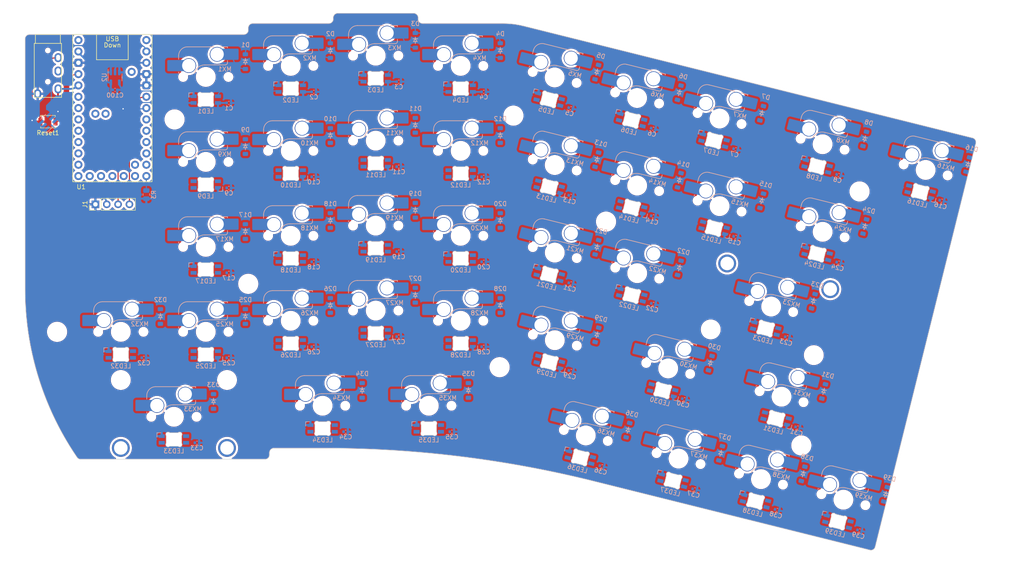
<source format=kicad_pcb>
(kicad_pcb (version 20221018) (generator pcbnew)
  (layers (0 "F.Cu" signal) (31 "B.Cu" signal) (34 "B.Paste" user) (35 "F.Paste" user) (36 "B.SilkS" user "B.Silkscreen") (37 "F.SilkS" user "F.Silkscreen") (38 "B.Mask" user) (39 "F.Mask" user) (44 "Edge.Cuts" user))
  (net 0 "")
  (net 1 "DATA")
  (net 2 "SCL")
  (net 3 "SDA")
  (net 4 "RESET")
  (net 5 "COL7")
  (net 6 "Net-(D1-A)")
  (net 7 "Net-(D2-A)")
  (net 8 "Net-(D3-A)")
  (net 9 "Net-(D4-A)")
  (net 10 "Net-(D5-A)")
  (net 11 "Net-(D6-A)")
  (net 12 "Net-(D7-A)")
  (net 13 "Net-(D8-A)")
  (net 14 "Net-(D9-A)")
  (net 15 "Net-(D10-A)")
  (net 16 "Net-(D11-A)")
  (net 17 "Net-(D12-A)")
  (net 18 "Net-(D13-A)")
  (net 19 "Net-(D14-A)")
  (net 20 "Net-(D15-A)")
  (net 21 "Net-(D16-A)")
  (net 22 "Net-(D17-A)")
  (net 23 "Net-(D18-A)")
  (net 24 "Net-(D19-A)")
  (net 25 "Net-(D20-A)")
  (net 26 "Net-(D21-A)")
  (net 27 "Net-(D22-A)")
  (net 28 "Net-(D23-A)")
  (net 29 "Net-(D24-A)")
  (net 30 "Net-(D25-A)")
  (net 31 "Net-(D26-A)")
  (net 32 "Net-(D35-A)")
  (net 33 "Net-(D36-A)")
  (net 34 "Net-(D37-A)")
  (net 35 "Net-(D38-A)")
  (net 36 "Net-(D39-A)")
  (net 37 "Net-(D27-A)")
  (net 38 "Net-(D28-A)")
  (net 39 "Net-(D29-A)")
  (net 40 "Net-(D30-A)")
  (net 41 "Net-(D31-A)")
  (net 42 "Net-(D32-A)")
  (net 43 "Net-(D33-A)")
  (net 44 "Net-(D34-A)")
  (net 45 "Net-(LED1-DOUT)")
  (net 46 "Net-(LED2-DOUT)")
  (net 47 "Net-(LED3-DOUT)")
  (net 48 "Net-(LED4-DOUT)")
  (net 49 "Net-(LED5-DOUT)")
  (net 50 "Net-(LED6-DOUT)")
  (net 51 "Net-(LED7-DOUT)")
  (net 52 "Net-(LED16-DIN)")
  (net 53 "Net-(LED17-DIN)")
  (net 54 "Net-(LED10-DOUT)")
  (net 55 "Net-(LED10-DIN)")
  (net 56 "Net-(LED11-DIN)")
  (net 57 "Net-(LED12-DIN)")
  (net 58 "Net-(LED13-DIN)")
  (net 59 "Net-(LED14-DIN)")
  (net 60 "Net-(LED15-DIN)")
  (net 61 "Net-(LED17-DOUT)")
  (net 62 "Net-(LED18-DOUT)")
  (net 63 "Net-(LED19-DOUT)")
  (net 64 "Net-(LED20-DOUT)")
  (net 65 "Net-(LED21-DOUT)")
  (net 66 "Net-(LED22-DOUT)")
  (net 67 "Net-(LED23-DOUT)")
  (net 68 "Net-(LED24-DOUT)")
  (net 69 "Net-(LED25-DOUT)")
  (net 70 "GND")
  (net 71 "Net-(LED25-DIN)")
  (net 72 "Net-(LED26-DIN)")
  (net 73 "Net-(LED27-DIN)")
  (net 74 "Net-(LED28-DIN)")
  (net 75 "Net-(LED29-DIN)")
  (net 76 "Net-(LED30-DIN)")
  (net 77 "Net-(LED32-DOUT)")
  (net 78 "VCC")
  (net 79 "Net-(LED33-DOUT)")
  (net 80 "Net-(LED34-DOUT)")
  (net 82 "Net-(LED35-DOUT)")
  (net 83 "Net-(LED36-DOUT)")
  (net 84 "Net-(LED37-DOUT)")
  (net 85 "Net-(LED38-DOUT)")
  (net 86 "Net-(ESD1-IO1)")
  (net 89 "Net-(R3-Pad2)")
  (net 90 "LED_5v")
  (net 91 "+5V")
  (net 92 "ROW0")
  (net 93 "ROW1")
  (net 94 "ROW2")
  (net 95 "ROW3")
  (net 96 "ROW4")
  (net 97 "COL0")
  (net 98 "COL1")
  (net 99 "COL2")
  (net 100 "COL3")
  (net 101 "COL4")
  (net 102 "COL5")
  (net 103 "COL6")
  (net 105 "LED_3v3")
  (footprint "winkeebs:HOLE_M2" (layer "F.Cu") (at 257.769737 52.703445)
    (fp_text reference "H3" hide)
    (fp_text value "MountingHole_Pad" hide)
  )
  (footprint "winkeebs:HOLE_M2" (layer "F.Cu") (at 180.162919 35.705791)
    (fp_text reference "H2" hide)
    (fp_text value "MountingHole_Pad" hide)
  )
  (footprint "Button_Switch_SMD:SW_SPST_B3U-1000P" (layer "F.Cu") (at 75.802885 37.065361 180)
    (fp_text reference "Reset1")
    (fp_text value "Switch" hide)
  )
  (footprint "winkeebs:HOLE_M2" (layer "F.Cu") (at 104.186637 36.553107)
    (fp_text reference "H1" hide)
    (fp_text value "MountingHole_Pad" hide)
  )
  (footprint "winkeebs:HOLE_M2" (layer "F.Cu") (at 77.849135 84.178111)
    (fp_text reference "H8" hide)
    (fp_text value "MountingHole_Pad" hide)
  )
  (footprint "ScottoKeebs_Components:TRRS_PJ-320A" (layer "F.Cu") (at 75.781635 19.503111)
    (fp_text reference "TRRS1" hide)
    (fp_text value "TRRS")
  )
  (footprint "winkeebs:HOLE_M2" (layer "F.Cu") (at 120.711635 73.414858)
    (fp_text reference "H7" hide)
    (fp_text value "MountingHole_Pad" hide)
  )
  (footprint "winkeebs:HOLE_M2" (layer "F.Cu") (at 244.718314 109.651253)
    (fp_text reference "H4" hide)
    (fp_text value "MountingHole_Pad" hide)
  )
  (footprint "Connector_PinHeader_2.54mm:PinHeader_1x04_P2.54mm_Vertical" (layer "F.Cu") (at 86.446635 55.588112 90)
    (fp_text reference "J1")
    (fp_text value "Conn_01x04_Socket")
  )
  (footprint "winkeebs:RP2040_ProMicro_USBdn" (layer "F.Cu") (at 90.246635 35.283111)
    (fp_text reference "U1")
    (fp_text value "RP2040_ProMicro")
  )
  (footprint "winkeebs:HOLE_M2" (layer "F.Cu") (at 200.933136 59.468002)
    (fp_text reference "H5" hide)
    (fp_text value "MountingHole_Pad" hide)
  )
  (footprint "winkeebs:HOLE_M2" (layer "F.Cu") (at 177.067718 92.10321)
    (fp_text reference "H6" hide)
    (fp_text value "MountingHole_Pad" hide)
  )
  (footprint "PCM_marbastlib-mx:STAB_MX_P_2.25u" (layer "F.Cu") (at 237.953701 78.509029 -14)
    (fp_text reference "S23" hide)
    (fp_text value "MX_stab")
  )
  (footprint "PCM_marbastlib-mx:STAB_MX_P_2.25u" (layer "F.Cu") (at 104.042886 103.228111 180)
    (fp_text reference "S33" hide)
    (fp_text value "MX_stab")
  )
  (footprint "PCM_marbastlib-mx:LED_MX_6028R-ROT" (layer "B.Cu") (at 252.9232 126.743237 166)
    (fp_text reference "LED39")
    (fp_text value "MX_SK6812MINI-E")
    (fp_line (start -1.699999 0.702841) (end -1.699999 -0.702843) (stroke (width 0.1)) (layer "Edge.Cuts"))
    (fp_line (start -0.794452 -1.5) (end 0.794453 -1.5) (stroke (width 0.1)) (layer "Edge.Cuts"))
    (fp_line (start 0.794452 1.499999) (end -0.794452 1.499999) (stroke (width 0.1)) (layer "Edge.Cuts"))
    (fp_line (start 1.699999 -0.702843) (end 1.699999 0.702841) (stroke (width 0.1)) (layer "Edge.Cuts"))
    (fp_arc (start -1.749484 -0.919721) (mid -1.712527 -0.814069) (end -1.699999 -0.702843) (stroke (width 0.1)) (layer "Edge.Cuts"))
    (fp_arc (start -1.749484 -0.919721) (mid -1.638071 -1.504036) (end -1.046711 -1.5683) (stroke (width 0.1)) (layer "Edge.Cuts"))
    (fp_arc (start -1.699999 0.702842) (mid -1.712527 0.814067) (end -1.749484 0.919719) (stroke (width 0.1)) (layer "Edge.Cuts"))
    (fp_arc (start -1.046711 1.568296) (mid -1.63807 1.504033) (end -1.749484 0.919719) (stroke (width 0.1)) (layer "Edge.Cuts"))
    (fp_arc (start -1.04671 1.568298) (mid -0.925122 1.517376) (end -0.794452 1.499999) (stroke (width 0.1)) (layer "Edge.Cuts"))
    (fp_arc (start -0.794453 -1.500001) (mid -0.925123 -1.517378) (end -1.046711 -1.5683) (stroke (width 0.1)) (layer "Edge.Cuts"))
    (fp_arc (start 0.794452 1.499999) (mid 0.925123 1.517376) (end 1.046711 1.568298) (stroke (width 0.1)) (layer "Edge.Cuts"))
    (fp_arc (start 1.046711 -1.568299) (mid 0.925123 -1.517377) (end 0.794453 -1.5) (stroke (width 0.1)) (layer "Edge.Cuts"))
    (fp_arc (start 1.046711 -1.568299) (mid 1.638071 -1.504035) (end 1.749484 -0.919721) (stroke (width 0.1)) (layer "Edge.Cuts"))
    (fp_arc (start 1.699999 -0.702844) (mid 1.712536 -0.814066) (end 1.749484 -0.919721) (stroke (width 0.1)) (layer "Edge.Cuts"))
    (fp_arc (start 1.749484 0.919718) (mid 1.638073 1.504037) (end 1.046711 1.568298) (stroke (width 0.1)) (layer "Edge.Cuts"))
    (fp_arc (start 1.749484 0.919719) (mid 1.712526 0.814067) (end 1.699999 0.702841) (stroke (width 0.1)) (layer "Edge.Cuts"))
  )
  (footprint "Resistor_SMD:R_0805_2012Metric" (layer "B.Cu") (at 97.856634 53.408111 90)
    (fp_text reference "R3")
    (fp_text value "4.7K")
  )
  (footprint "PCM_marbastlib-mx:LED_MX_6028R-ROT" (layer "B.Cu") (at 130.236635 67.731609 180)
    (fp_text reference "LED18")
    (fp_text value "MX_SK6812MINI-E")
    (fp_line (start -1.699999 0.702841) (end -1.699999 -0.702843) (stroke (width 0.1)) (layer "Edge.Cuts"))
    (fp_line (start -0.794452 -1.5) (end 0.794453 -1.5) (stroke (width 0.1)) (layer "Edge.Cuts"))
    (fp_line (start 0.794452 1.499999) (end -0.794452 1.499999) (stroke (width 0.1)) (layer "Edge.Cuts"))
    (fp_line (start 1.699999 -0.702843) (end 1.699999 0.702841) (stroke (width 0.1)) (layer "Edge.Cuts"))
    (fp_arc (start -1.749484 -0.919721) (mid -1.712527 -0.814069) (end -1.699999 -0.702843) (stroke (width 0.1)) (layer "Edge.Cuts"))
    (fp_arc (start -1.749484 -0.919721) (mid -1.638071 -1.504036) (end -1.046711 -1.5683) (stroke (width 0.1)) (layer "Edge.Cuts"))
    (fp_arc (start -1.699999 0.702842) (mid -1.712527 0.814067) (end -1.749484 0.919719) (stroke (width 0.1)) (layer "Edge.Cuts"))
    (fp_arc (start -1.046711 1.568296) (mid -1.63807 1.504033) (end -1.749484 0.919719) (stroke (width 0.1)) (layer "Edge.Cuts"))
    (fp_arc (start -1.04671 1.568298) (mid -0.925122 1.517376) (end -0.794452 1.499999) (stroke (width 0.1)) (layer "Edge.Cuts"))
    (fp_arc (start -0.794453 -1.500001) (mid -0.925123 -1.517378) (end -1.046711 -1.5683) (stroke (width 0.1)) (layer "Edge.Cuts"))
    (fp_arc (start 0.794452 1.499999) (mid 0.925123 1.517376) (end 1.046711 1.568298) (stroke (width 0.1)) (layer "Edge.Cuts"))
    (fp_arc (start 1.046711 -1.568299) (mid 0.925123 -1.517377) (end 0.794453 -1.5) (stroke (width 0.1)) (layer "Edge.Cuts"))
    (fp_arc (start 1.046711 -1.568299) (mid 1.638071 -1.504035) (end 1.749484 -0.919721) (stroke (width 0.1)) (layer "Edge.Cuts"))
    (fp_arc (start 1.699999 -0.702844) (mid 1.712536 -0.814066) (end 1.749484 -0.919721) (stroke (width 0.1)) (layer "Edge.Cuts"))
    (fp_arc (start 1.749484 0.919718) (mid 1.638073 1.504037) (end 1.046711 1.568298) (stroke (width 0.1)) (layer "Edge.Cuts"))
    (fp_arc (start 1.749484 0.919719) (mid 1.712526 0.814067) (end 1.699999 0.702841) (stroke (width 0.1)) (layer "Edge.Cuts"))
  )
  (footprint "PCM_marbastlib-mx:LED_MX_6028R" (layer "B.Cu") (at 130.236635 86.781607 180)
    (fp_text reference "LED26")
    (fp_text value "MX_SK6812MINI-E")
    (fp_line (start -1.699999 0.702843) (end -1.699999 -0.702841) (stroke (width 0.1)) (layer "Edge.Cuts"))
    (fp_line (start -0.794452 -1.499999) (end 0.794452 -1.499999) (stroke (width 0.1)) (layer "Edge.Cuts"))
    (fp_line (start 0.794452 1.5) (end -0.794453 1.5) (stroke (width 0.1)) (layer "Edge.Cuts"))
    (fp_line (start 1.699999 -0.702841) (end 1.699999 0.702843) (stroke (width 0.1)) (layer "Edge.Cuts"))
    (fp_arc (start -1.749484 -0.919719) (mid -1.712527 -0.814067) (end -1.699999 -0.702841) (stroke (width 0.1)) (layer "Edge.Cuts"))
    (fp_arc (start -1.749484 -0.919718) (mid -1.638072 -1.504034) (end -1.046711 -1.568298) (stroke (width 0.1)) (layer "Edge.Cuts"))
    (fp_arc (start -1.699999 0.702844) (mid -1.712527 0.814069) (end -1.749484 0.919721) (stroke (width 0.1)) (layer "Edge.Cuts"))
    (fp_arc (start -1.046711 1.568299) (mid -1.63807 1.504035) (end -1.749484 0.919721) (stroke (width 0.1)) (layer "Edge.Cuts"))
    (fp_arc (start -1.046711 1.568299) (mid -0.925123 1.517377) (end -0.794453 1.5) (stroke (width 0.1)) (layer "Edge.Cuts"))
    (fp_arc (start -0.794452 -1.499999) (mid -0.925123 -1.517376) (end -1.046711 -1.568298) (stroke (width 0.1)) (layer "Edge.Cuts"))
    (fp_arc (start 0.794453 1.500001) (mid 0.925123 1.517378) (end 1.046711 1.5683) (stroke (width 0.1)) (layer "Edge.Cuts"))
    (fp_arc (start 1.04671 -1.568298) (mid 0.925122 -1.517376) (end 0.794452 -1.499999) (stroke (width 0.1)) (layer "Edge.Cuts"))
    (fp_arc (start 1.046711 -1.568296) (mid 1.63807 -1.504033) (end 1.749484 -0.919719) (stroke (width 0.1)) (layer "Edge.Cuts"))
    (fp_arc (start 1.699999 -0.702842) (mid 1.712536 -0.814064) (end 1.749484 -0.919719) (stroke (width 0.1)) (layer "Edge.Cuts"))
    (fp_arc (start 1.749484 0.919721) (mid 1.638072 1.504036) (end 1.046711 1.5683) (stroke (width 0.1)) (layer "Edge.Cuts"))
    (fp_arc (start 1.749484 0.919721) (mid 1.712526 0.814069) (end 1.699999 0.702843) (stroke (width 0.1)) (layer "Edge.Cuts"))
  )
  (footprint "winkeebs:SW_MX_HS_CPG151101S11_1u" (layer "B.Cu") (at 168.336636 62.651611 180)
    (fp_text reference "MX20")
    (fp_text value "MX_SW_HS")
  )
  (footprint "winkeebs:SW_MX_HS_CPG151101S11_1.25u" (layer "B.Cu") (at 161.192886 100.751609 180)
    (fp_text reference "MX35")
    (fp_text value "MX_SW_HS")
  )
  (footprint "winkeebs:SW_MX_HS_CPG151101S11_1u" (layer "B.Cu") (at 149.286636 79.41561 180)
    (fp_text reference "MX27")
    (fp_text value "MX_SW_HS")
  )
  (footprint "winkeebs:SW_MX_HS_CPG151101S11_1u" (layer "B.Cu") (at 226.376275 36.356072 166)
    (fp_text reference "MX7")
    (fp_text value "MX_SW_HS")
  )
  (footprint "PCM_marbastlib-mx:LED_MX_6028R" (layer "B.Cu") (at 111.186635 51.158108 180)
    (fp_text reference "LED9")
    (fp_text value "MX_SK6812MINI-E")
    (fp_line (start -1.699999 0.702843) (end -1.699999 -0.702841) (stroke (width 0.1)) (layer "Edge.Cuts"))
    (fp_line (start -0.794452 -1.499999) (end 0.794452 -1.499999) (stroke (width 0.1)) (layer "Edge.Cuts"))
    (fp_line (start 0.794452 1.5) (end -0.794453 1.5) (stroke (width 0.1)) (layer "Edge.Cuts"))
    (fp_line (start 1.699999 -0.702841) (end 1.699999 0.702843) (stroke (width 0.1)) (layer "Edge.Cuts"))
    (fp_arc (start -1.749484 -0.919719) (mid -1.712527 -0.814067) (end -1.699999 -0.702841) (stroke (width 0.1)) (layer "Edge.Cuts"))
    (fp_arc (start -1.749484 -0.919718) (mid -1.638072 -1.504034) (end -1.046711 -1.568298) (stroke (width 0.1)) (layer "Edge.Cuts"))
    (fp_arc (start -1.699999 0.702844) (mid -1.712527 0.814069) (end -1.749484 0.919721) (stroke (width 0.1)) (layer "Edge.Cuts"))
    (fp_arc (start -1.046711 1.568299) (mid -1.63807 1.504035) (end -1.749484 0.919721) (stroke (width 0.1)) (layer "Edge.Cuts"))
    (fp_arc (start -1.046711 1.568299) (mid -0.925123 1.517377) (end -0.794453 1.5) (stroke (width 0.1)) (layer "Edge.Cuts"))
    (fp_arc (start -0.794452 -1.499999) (mid -0.925123 -1.517376) (end -1.046711 -1.568298) (stroke (width 0.1)) (layer "Edge.Cuts"))
    (fp_arc (start 0.794453 1.500001) (mid 0.925123 1.517378) (end 1.046711 1.5683) (stroke (width 0.1)) (layer "Edge.Cuts"))
    (fp_arc (start 1.04671 -1.568298) (mid 0.925122 -1.517376) (end 0.794452 -1.499999) (stroke (width 0.1)) (layer "Edge.Cuts"))
    (fp_arc (start 1.046711 -1.568296) (mid 1.63807 -1.504033) (end 1.749484 -0.919719) (stroke (width 0.1)) (layer "Edge.Cuts"))
    (fp_arc (start 1.699999 -0.702842) (mid 1.712536 -0.814064) (end 1.749484 -0.919719) (stroke (width 0.1)) (layer "Edge.Cuts"))
    (fp_arc (start 1.749484 0.919721) (mid 1.638072 1.504036) (end 1.046711 1.5683) (stroke (width 0.1)) (layer "Edge.Cuts"))
    (fp_arc (start 1.749484 0.919721) (mid 1.712526 0.814069) (end 1.699999 0.702843) (stroke (width 0.1)) (layer "Edge.Cuts"))
  )
  (footprint "Capacitor_SMD:C_0402_1005Metric" (layer "B.Cu") (at 193.023063 34.043507 -14)
    (fp_text reference "C5")
    (fp_text value "100nF")
  )
  (footprint "Capacitor_SMD:C_0402_1005Metric" (layer "B.Cu") (at 142.558446 106.57661)
    (fp_text reference "C34")
    (fp_text value "100nF")
  )
  (footprint "PCM_marbastlib-mx:LED_MX_6028R-ROT" (layer "B.Cu") (at 234.439064 122.134627 166)
    (fp_text reference "LED38")
    (fp_text value "MX_SK6812MINI-E")
    (fp_line (start -1.699999 0.702841) (end -1.699999 -0.702843) (stroke (width 0.1)) (layer "Edge.Cuts"))
    (fp_line (start -0.794452 -1.5) (end 0.794453 -1.5) (stroke (width 0.1)) (layer "Edge.Cuts"))
    (fp_line (start 0.794452 1.499999) (end -0.794452 1.499999) (stroke (width 0.1)) (layer "Edge.Cuts"))
    (fp_line (start 1.699999 -0.702843) (end 1.699999 0.702841) (stroke (width 0.1)) (layer "Edge.Cuts"))
    (fp_arc (start -1.749484 -0.919721) (mid -1.712527 -0.814069) (end -1.699999 -0.702843) (stroke (width 0.1)) (layer "Edge.Cuts"))
    (fp_arc (start -1.749484 -0.919721) (mid -1.638071 -1.504036) (end -1.046711 -1.5683) (stroke (width 0.1)) (layer "Edge.Cuts"))
    (fp_arc (start -1.699999 0.702842) (mid -1.712527 0.814067) (end -1.749484 0.919719) (stroke (width 0.1)) (layer "Edge.Cuts"))
    (fp_arc (start -1.046711 1.568296) (mid -1.63807 1.504033) (end -1.749484 0.919719) (stroke (width 0.1)) (layer "Edge.Cuts"))
    (fp_arc (start -1.04671 1.568298) (mid -0.925122 1.517376) (end -0.794452 1.499999) (stroke (width 0.1)) (layer "Edge.Cuts"))
    (fp_arc (start -0.794453 -1.500001) (mid -0.925123 -1.517378) (end -1.046711 -1.5683) (stroke (width 0.1)) (layer "Edge.Cuts"))
    (fp_arc (start 0.794452 1.499999) (mid 0.925123 1.517376) (end 1.046711 1.568298) (stroke (width 0.1)) (layer "Edge.Cuts"))
    (fp_arc (start 1.046711 -1.568299) (mid 0.925123 -1.517377) (end 0.794453 -1.5) (stroke (width 0.1)) (layer "Edge.Cuts"))
    (fp_arc (start 1.046711 -1.568299) (mid 1.638071 -1.504035) (end 1.749484 -0.919721) (stroke (width 0.1)) (layer "Edge.Cuts"))
    (fp_arc (start 1.699999 -0.702844) (mid 1.712536 -0.814066) (end 1.749484 -0.919721) (stroke (width 0.1)) (layer "Edge.Cuts"))
    (fp_arc (start 1.749484 0.919718) (mid 1.638073 1.504037) (end 1.046711 1.568298) (stroke (width 0.1)) (layer "Edge.Cuts"))
    (fp_arc (start 1.749484 0.919719) (mid 1.712526 0.814067) (end 1.699999 0.702841) (stroke (width 0.1)) (layer "Edge.Cuts"))
  )
  (footprint "winkeebs:SW_MX_HS_CPG151101S11_1u" (layer "B.Cu") (at 111.186634 84.178109 180)
    (fp_text reference "MX25")
    (fp_text value "MX_SW_HS")
  )
  (footprint "PCM_marbastlib-mx:LED_MX_6028R" (layer "B.Cu") (at 213.631993 97.313653 166)
    (fp_text reference "LED30")
    (fp_text value "MX_SK6812MINI-E")
    (fp_line (start -1.699999 0.702843) (end -1.699999 -0.702841) (stroke (width 0.1)) (layer "Edge.Cuts"))
    (fp_line (start -0.794452 -1.499999) (end 0.794452 -1.499999) (stroke (width 0.1)) (layer "Edge.Cuts"))
    (fp_line (start 0.794452 1.5) (end -0.794453 1.5) (stroke (width 0.1)) (layer "Edge.Cuts"))
    (fp_line (start 1.699999 -0.702841) (end 1.699999 0.702843) (stroke (width 0.1)) (layer "Edge.Cuts"))
    (fp_arc (start -1.749484 -0.919719) (mid -1.712527 -0.814067) (end -1.699999 -0.702841) (stroke (width 0.1)) (layer "Edge.Cuts"))
    (fp_arc (start -1.749484 -0.919718) (mid -1.638072 -1.504034) (end -1.046711 -1.568298) (stroke (width 0.1)) (layer "Edge.Cuts"))
    (fp_arc (start -1.699999 0.702844) (mid -1.712527 0.814069) (end -1.749484 0.919721) (stroke (width 0.1)) (layer "Edge.Cuts"))
    (fp_arc (start -1.046711 1.568299) (mid -1.63807 1.504035) (end -1.749484 0.919721) (stroke (width 0.1)) (layer "Edge.Cuts"))
    (fp_arc (start -1.046711 1.568299) (mid -0.925123 1.517377) (end -0.794453 1.5) (stroke (width 0.1)) (layer "Edge.Cuts"))
    (fp_arc (start -0.794452 -1.499999) (mid -0.925123 -1.517376) (end -1.046711 -1.568298) (stroke (width 0.1)) (layer "Edge.Cuts"))
    (fp_arc (start 0.794453 1.500001) (mid 0.925123 1.517378) (end 1.046711 1.5683) (stroke (width 0.1)) (layer "Edge.Cuts"))
    (fp_arc (start 1.04671 -1.568298) (mid 0.925122 -1.517376) (end 0.794452 -1.499999) (stroke (width 0.1)) (layer "Edge.Cuts"))
    (fp_arc (start 1.046711 -1.568296) (mid 1.63807 -1.504033) (end 1.749484 -0.919719) (stroke (width 0.1)) (layer "Edge.Cuts"))
    (fp_arc (start 1.699999 -0.702842) (mid 1.712536 -0.814064) (end 1.749484 -0.919719) (stroke (width 0.1)) (layer "Edge.Cuts"))
    (fp_arc (start 1.749484 0.919721) (mid 1.638072 1.504036) (end 1.046711 1.5683) (stroke (width 0.1)) (layer "Edge.Cuts"))
    (fp_arc (start 1.749484 0.919721) (mid 1.712526 0.814069) (end 1.699999 0.702843) (stroke (width 0.1)) (layer "Edge.Cuts"))
  )
  (footprint "PCM_marbastlib-mx:LED_MX_6028R-ROT" (layer "B.Cu") (at 206.66318 36.676562 166)
    (fp_text reference "LED6")
    (fp_text value "MX_SK6812MINI-E")
    (fp_line (start -1.699999 0.702841) (end -1.699999 -0.702843) (stroke (width 0.1)) (layer "Edge.Cuts"))
    (fp_line (start -0.794452 -1.5) (end 0.794453 -1.5) (stroke (width 0.1)) (layer "Edge.Cuts"))
    (fp_line (start 0.794452 1.499999) (end -0.794452 1.499999) (stroke (width 0.1)) (layer "Edge.Cuts"))
    (fp_line (start 1.699999 -0.702843) (end 1.699999 0.702841) (stroke (width 0.1)) (layer "Edge.Cuts"))
    (fp_arc (start -1.749484 -0.919721) (mid -1.712527 -0.814069) (end -1.699999 -0.702843) (stroke (width 0.1)) (layer "Edge.Cuts"))
    (fp_arc (start -1.749484 -0.919721) (mid -1.638071 -1.504036) (end -1.046711 -1.5683) (stroke (width 0.1)) (layer "Edge.Cuts"))
    (fp_arc (start -1.699999 0.702842) (mid -1.712527 0.814067) (end -1.749484 0.919719) (stroke (width 0.1)) (layer "Edge.Cuts"))
    (fp_arc (start -1.046711 1.568296) (mid -1.63807 1.504033) (end -1.749484 0.919719) (stroke (width 0.1)) (layer "Edge.Cuts"))
    (fp_arc (start -1.04671 1.568298) (mid -0.925122 1.517376) (end -0.794452 1.499999) (stroke (width 0.1)) (layer "Edge.Cuts"))
    (fp_arc (start -0.794453 -1.500001) (mid -0.925123 -1.517378) (end -1.046711 -1.5683) (stroke (width 0.1)) (layer "Edge.Cuts"))
    (fp_arc (start 0.794452 1.499999) (mid 0.925123 1.517376) (end 1.046711 1.568298) (stroke (width 0.1)) (layer "Edge.Cuts"))
    (fp_arc (start 1.046711 -1.568299) (mid 0.925123 -1.517377) (end 0.794453 -1.5) (stroke (width 0.1)) (layer "Edge.Cuts"))
    (fp_arc (start 1.046711 -1.568299) (mid 1.638071 -1.504035) (end 1.749484 -0.919721) (stroke (width 0.1)) (layer "Edge.Cuts"))
    (fp_arc (start 1.699999 -0.702844) (mid 1.712536 -0.814066) (end 1.749484 -0.919721) (stroke (width 0.1)) (layer "Edge.Cuts"))
    (fp_arc (start 1.749484 0.919718) (mid 1.638073 1.504037) (end 1.046711 1.568298) (stroke (width 0.1)) (layer "Edge.Cuts"))
    (fp_arc (start 1.749484 0.919719) (mid 1.712526 0.814067) (end 1.699999 0.702841) (stroke (width 0.1)) (layer "Edge.Cuts"))
  )
  (footprint "PCM_marbastlib-mx:LED_MX_6028R-ROT" (layer "B.Cu") (at 111.186635 70.208108 180)
    (fp_text reference "LED17")
    (fp_text value "MX_SK6812MINI-E")
    (fp_line (start -1.699999 0.702841) (end -1.699999 -0.702843) (stroke (width 0.1)) (layer "Edge.Cuts"))
    (fp_line (start -0.794452 -1.5) (end 0.794453 -1.5) (stroke (width 0.1)) (layer "Edge.Cuts"))
    (fp_line (start 0.794452 1.499999) (end -0.794452 1.499999) (stroke (width 0.1)) (layer "Edge.Cuts"))
    (fp_line (start 1.699999 -0.702843) (end 1.699999 0.702841) (stroke (width 0.1)) (layer "Edge.Cuts"))
    (fp_arc (start -1.749484 -0.919721) (mid -1.712527 -0.814069) (end -1.699999 -0.702843) (stroke (width 0.1)) (layer "Edge.Cuts"))
    (fp_arc (start -1.749484 -0.919721) (mid -1.638071 -1.504036) (end -1.046711 -1.5683) (stroke (width 0.1)) (layer "Edge.Cuts"))
    (fp_arc (start -1.699999 0.702842) (mid -1.712527 0.814067) (end -1.749484 0.919719) (stroke (width 0.1)) (layer "Edge.Cuts"))
    (fp_arc (start -1.046711 1.568296) (mid -1.63807 1.504033) (end -1.749484 0.919719) (stroke (width 0.1)) (layer "Edge.Cuts"))
    (fp_arc (start -1.04671 1.568298) (mid -0.925122 1.517376) (end -0.794452 1.499999) (stroke (width 0.1)) (layer "Edge.Cuts"))
    (fp_arc (start -0.794453 -1.500001) (mid -0.925123 -1.517378) (end -1.046711 -1.5683) (stroke (width 0.1)) (layer "Edge.Cuts"))
    (fp_arc (start 0.794452 1.499999) (mid 0.925123 1.517376) (end 1.046711 1.568298) (stroke (width 0.1)) (layer "Edge.Cuts"))
    (fp_arc (start 1.046711 -1.568299) (mid 0.925123 -1.517377) (end 0.794453 -1.5) (stroke (width 0.1)) (layer "Edge.Cuts"))
    (fp_arc (start 1.046711 -1.568299) (mid 1.638071 -1.504035) (end 1.749484 -0.919721) (stroke (width 0.1)) (layer "Edge.Cuts"))
    (fp_arc (start 1.699999 -0.702844) (mid 1.712536 -0.814066) (end 1.749484 -0.919721) (stroke (width 0.1)) (layer "Edge.Cuts"))
    (fp_arc (start 1.749484 0.919718) (mid 1.638073 1.504037) (end 1.046711 1.568298) (stroke (width 0.1)) (layer "Edge.Cuts"))
    (fp_arc (start 1.749484 0.919719) (mid 1.712526 0.814067) (end 1.699999 0.702841) (stroke (width 0.1)) (layer "Edge.Cuts"))
  )
  (footprint "winkeebs:Diode_SOD-123" (layer "B.Cu") (at 139.113386 21.113637 -90)
    (fp_text reference "D2")
    (fp_text value "Diode")
  )
  (footprint "PCM_marbastlib-mx:LED_MX_6028R-ROT" (layer "B.Cu") (at 188.179044 32.067949 166)
    (fp_text reference "LED5")
    (fp_text value "MX_SK6812MINI-E")
    (fp_line (start -1.699999 0.702841) (end -1.699999 -0.702843) (stroke (width 0.1)) (layer "Edge.Cuts"))
    (fp_line (start -0.794452 -1.5) (end 0.794453 -1.5) (stroke (width 0.1)) (layer "Edge.Cuts"))
    (fp_line (start 0.794452 1.499999) (end -0.794452 1.499999) (stroke (width 0.1)) (layer "Edge.Cuts"))
    (fp_line (start 1.699999 -0.702843) (end 1.699999 0.702841) (stroke (width 0.1)) (layer "Edge.Cuts"))
    (fp_arc (start -1.749484 -0.919721) (mid -1.712527 -0.814069) (end -1.699999 -0.702843) (stroke (width 0.1)) (layer "Edge.Cuts"))
    (fp_arc (start -1.749484 -0.919721) (mid -1.638071 -1.504036) (end -1.046711 -1.5683) (stroke (width 0.1)) (layer "Edge.Cuts"))
    (fp_arc (start -1.699999 0.702842) (mid -1.712527 0.814067) (end -1.749484 0.919719) (stroke (width 0.1)) (layer "Edge.Cuts"))
    (fp_arc (start -1.046711 1.568296) (mid -1.63807 1.504033) (end -1.749484 0.919719) (stroke (width 0.1)) (layer "Edge.Cuts"))
    (fp_arc (start -1.04671 1.568298) (mid -0.925122 1.517376) (end -0.794452 1.499999) (stroke (width 0.1)) (layer "Edge.Cuts"))
    (fp_arc (start -0.794453 -1.500001) (mid -0.925123 -1.517378) (end -1.046711 -1.5683) (stroke (width 0.1)) (layer "Edge.Cuts"))
    (fp_arc (start 0.794452 1.499999) (mid 0.925123 1.517376) (end 1.046711 1.568298) (stroke (width 0.1)) (layer "Edge.Cuts"))
    (fp_arc (start 1.046711 -1.568299) (mid 0.925123 -1.517377) (end 0.794453 -1.5) (stroke (width 0.1)) (layer "Edge.Cuts"))
    (fp_arc (start 1.046711 -1.568299) (mid 1.638071 -1.504035) (end 1.749484 -0.919721) (stroke (width 0.1)) (layer "Edge.Cuts"))
    (fp_arc (start 1.699999 -0.702844) (mid 1.712536 -0.814066) (end 1.749484 -0.919721) (stroke (width 0.1)) (layer "Edge.Cuts"))
    (fp_arc (start 1.749484 0.919718) (mid 1.638073 1.504037) (end 1.046711 1.568298) (stroke (width 0.1)) (layer "Edge.Cuts"))
    (fp_arc (start 1.749484 0.919719) (mid 1.712526 0.814067) (end 1.699999 0.702841) (stroke (width 0.1)) (layer "Edge.Cuts"))
  )
  (footprint "Capacitor_SMD:C_0402_1005Metric" (layer "B.Cu") (at 173.514697 49.426609)
    (fp_text reference "C12")
    (fp_text value "100nF")
  )
  (footprint "PCM_marbastlib-mx:LED_MX_6028R" (layer "B.Cu") (at 271.357647 52.806705 166)
    (fp_text reference "LED16")
    (fp_text value "MX_SK6812MINI-E")
    (fp_line (start -1.699999 0.702843) (end -1.699999 -0.702841) (stroke (width 0.1)) (layer "Edge.Cuts"))
    (fp_line (start -0.794452 -1.499999) (end 0.794452 -1.499999) (stroke (width 0.1)) (layer "Edge.Cuts"))
    (fp_line (start 0.794452 1.5) (end -0.794453 1.5) (stroke (width 0.1)) (layer "Edge.Cuts"))
    (fp_line (start 1.699999 -0.702841) (end 1.699999 0.702843) (stroke (width 0.1)) (layer "Edge.Cuts"))
    (fp_arc (start -1.749484 -0.919719) (mid -1.712527 -0.814067) (end -1.699999 -0.702841) (stroke (width 0.1)) (layer "Edge.Cuts"))
    (fp_arc (start -1.749484 -0.919718) (mid -1.638072 -1.504034) (end -1.046711 -1.568298) (stroke (width 0.1)) (layer "Edge.Cuts"))
    (fp_arc (start -1.699999 0.702844) (mid -1.712527 0.814069) (end -1.749484 0.919721) (stroke (width 0.1)) (layer "Edge.Cuts"))
    (fp_arc (start -1.046711 1.568299) (mid -1.63807 1.504035) (end -1.749484 0.919721) (stroke (width 0.1)) (layer "Edge.Cuts"))
    (fp_arc (start -1.046711 1.568299) (mid -0.925123 1.517377) (end -0.794453 1.5) (stroke (width 0.1)) (layer "Edge.Cuts"))
    (fp_arc (start -0.794452 -1.499999) (mid -0.925123 -1.517376) (end -1.046711 -1.568298) (stroke (width 0.1)) (layer "Edge.Cuts"))
    (fp_arc (start 0.794453 1.500001) (mid 0.925123 1.517378) (end 1.046711 1.5683) (stroke (width 0.1)) (layer "Edge.Cuts"))
    (fp_arc (start 1.04671 -1.568298) (mid 0.925122 -1.517376) (end 0.794452 -1.499999) (stroke (width 0.1)) (layer "Edge.Cuts"))
    (fp_arc (start 1.046711 -1.568296) (mid 1.63807 -1.504033) (end 1.749484 -0.919719) (stroke (width 0.1)) (layer "Edge.Cuts"))
    (fp_arc (start 1.699999 -0.702842) (mid 1.712536 -0.814064) (end 1.749484 -0.919719) (stroke (width 0.1)) (layer "Edge.Cuts"))
    (fp_arc (start 1.749484 0.919721) (mid 1.638072 1.504036) (end 1.046711 1.5683) (stroke (width 0.1)) (layer "Edge.Cuts"))
    (fp_arc (start 1.749484 0.919721) (mid 1.712526 0.814069) (end 1.699999 0.702843) (stroke (width 0.1)) (layer "Edge.Cuts"))
  )
  (footprint "winkeebs:Diode_SOD-123" (layer "B.Cu") (at 235.83349 54.803989 -104)
    (fp_text reference "D15")
    (fp_text value "Diode")
  )
  (footprint "Capacitor_SMD:C_0402_1005Metric" (layer "B.Cu") (at 90.843974 29.930681 180)
    (fp_text reference "C100")
    (fp_text value "100nF")
  )
  (footprint "winkeebs:Diode_SOD-123" (layer "B.Cu") (at 205.834036 106.223855 -104)
    (fp_text reference "D36")
    (fp_text value "Diode")
  )
  (footprint "Capacitor_SMD:C_0402_1005Metric" (layer "B.Cu") (at 193.047907 73.316082 -14)
    (fp_text reference "C21")
    (fp_text value "100nF")
  )
  (footprint "winkeebs:SW_MX_HS_CPG151101S11_1u" (layer "B.Cu") (at 149.286635 22.26561 180)
    (fp_text reference "MX3")
    (fp_text value "MX_SW_HS")
  )
  (footprint "PCM_marbastlib-mx:LED_MX_6028R" (layer "B.Cu") (at 188.191465 51.704236 166)
    (fp_text reference "LED13")
    (fp_text value "MX_SK6812MINI-E")
    (fp_line (start -1.699999 0.702843) (end -1.699999 -0.702841) (stroke (width 0.1)) (layer "Edge.Cuts"))
    (fp_line (start -0.794452 -1.499999) (end 0.794452 -1.499999) (stroke (width 0.1)) (layer "Edge.Cuts"))
    (fp_line (start 0.794452 1.5) (end -0.794453 1.5) (stroke (width 0.1)) (layer "Edge.Cuts"))
    (fp_line (start 1.699999 -0.702841) (end 1.699999 0.702843) (stroke (width 0.1)) (layer "Edge.Cuts"))
    (fp_arc (start -1.749484 -0.919719) (mid -1.712527 -0.814067) (end -1.699999 -0.702841) (stroke (width 0.1)) (layer "Edge.Cuts"))
    (fp_arc (start -1.749484 -0.919718) (mid -1.638072 -1.504034) (end -1.046711 -1.568298) (stroke (width 0.1)) (layer "Edge.Cuts"))
    (fp_arc (start -1.699999 0.702844) (mid -1.712527 0.814069) (end -1.749484 0.919721) (stroke (width 0.1)) (layer "Edge.Cuts"))
    (fp_arc (start -1.046711 1.568299) (mid -1.63807 1.504035) (end -1.749484 0.919721) (stroke (width 0.1)) (layer "Edge.Cuts"))
    (fp_arc (start -1.046711 1.568299) (mid -0.925123 1.517377) (end -0.794453 1.5) (stroke (width 0.1)) (layer "Edge.Cuts"))
    (fp_arc (start -0.794452 -1.499999) (mid -0.925123 -1.517376) (end -1.046711 -1.568298) (stroke (width 0.1)) (layer "Edge.Cuts"))
    (fp_arc (start 0.794453 1.500001) (mid 0.925123 1.517378) (end 1.046711 1.5683) (stroke (width 0.1)) (layer "Edge.Cuts"))
    (fp_arc (start 1.04671 -1.568298) (mid 0.925122 -1.517376) (end 0.794452 -1.499999) (stroke (width 0.1)) (layer "Edge.Cuts"))
    (fp_arc (start 1.046711 -1.568296) (mid 1.63807 -1.504033) (end 1.749484 -0.919719) (stroke (width 0.1)) (layer "Edge.Cuts"))
    (fp_arc (start 1.699999 -0.702842) (mid 1.712536 -0.814064) (end 1.749484 -0.919719) (stroke (width 0.1)) (layer "Edge.Cuts"))
    (fp_arc (start 1.749484 0.919721) (mid 1.638072 1.504036) (end 1.046711 1.5683) (stroke (width 0.1)) (layer "Edge.Cuts"))
    (fp_arc (start 1.749484 0.919721) (mid 1.712526 0.814069) (end 1.699999 0.702843) (stroke (width 0.1)) (layer "Edge.Cuts"))
  )
  (footprint "PCM_marbastlib-mx:LED_MX_6028R-ROT" (layer "B.Cu") (at 195.160281 112.341325 166)
    (fp_text reference "LED36")
    (fp_text value "MX_SK6812MINI-E")
    (fp_line (start -1.699999 0.702841) (end -1.699999 -0.702843) (stroke (width 0.1)) (layer "Edge.Cuts"))
    (fp_line (start -0.794452 -1.5) (end 0.794453 -1.5) (stroke (width 0.1)) (layer "Edge.Cuts"))
    (fp_line (start 0.794452 1.499999) (end -0.794452 1.499999) (stroke (width 0.1)) (layer "Edge.Cuts"))
    (fp_line (start 1.699999 -0.702843) (end 1.699999 0.702841) (stroke (width 0.1)) (layer "Edge.Cuts"))
    (fp_arc (start -1.749484 -0.919721) (mid -1.712527 -0.814069) (end -1.699999 -0.702843) (stroke (width 0.1)) (layer "Edge.Cuts"))
    (fp_arc (start -1.749484 -0.919721) (mid -1.638071 -1.504036) (end -1.046711 -1.5683) (stroke (width 0.1)) (layer "Edge.Cuts"))
    (fp_arc (start -1.699999 0.702842) (mid -1.712527 0.814067) (end -1.749484 0.919719) (stroke (width 0.1)) (layer "Edge.Cuts"))
    (fp_arc (start -1.046711 1.568296) (mid -1.63807 1.504033) (end -1.749484 0.919719) (stroke (width 0.1)) (layer "Edge.Cuts"))
    (fp_arc (start -1.04671 1.568298) (mid -0.925122 1.517376) (end -0.794452 1.499999) (stroke (width 0.1)) (layer "Edge.Cuts"))
    (fp_arc (start -0.794453 -1.500001) (mid -0.925123 -1.517378) (end -1.046711 -1.5683) (stroke (width 0.1)) (layer "Edge.Cuts"))
    (fp_arc (start 0.794452 1.499999) (mid 0.925123 1.517376) (end 1.046711 1.568298) (stroke (width 0.1)) (layer "Edge.Cuts"))
    (fp_arc (start 1.046711 -1.568299) (mid 0.925123 -1.517377) (end 0.794453 -1.5) (stroke (width 0.1)) (layer "Edge.Cuts"))
    (fp_arc (start 1.046711 -1.568299) (mid 1.638071 -1.504035) (end 1.749484 -0.919721) (stroke (width 0.1)) (layer "Edge.Cuts"))
    (fp_arc (start 1.699999 -0.702844) (mid 1.712536 -0.814066) (end 1.749484 -0.919721) (stroke (width 0.1)) (layer "Edge.Cuts"))
    (fp_arc (start 1.749484 0.919718) (mid 1.638073 1.504037) (end 1.046711 1.568298) (stroke (width 0.1)) (layer "Edge.Cuts"))
    (fp_arc (start 1.749484 0.919719) (mid 1.712526 0.814067) (end 1.699999 0.702841) (stroke (width 0.1)) (layer "Edge.Cuts"))
  )
  (footprint "winkeebs:Diode_SOD-123" (layer "B.Cu") (at 120.063385 23.590139 -90)
    (fp_text reference "D1")
    (fp_text value "Diode")
  )
  (footprint "winkeebs:Diode_SOD-123" (layer "B.Cu") (at 139.113385 78.263637 -90)
    (fp_text reference "D26")
    (fp_text value "Diode")
  )
  (footprint "winkeebs:SW_MX_HS_CPG151101S11_1u" (layer "B.Cu") (at 111.186635 65.12811 180)
    (fp_text reference "MX17")
    (fp_text value "MX_SW_HS")
  )
  (footprint "winkeebs:SW_MX_HS_CPG151101S11_1u" (layer "B.Cu") (at 189.43285 66.411424 166)
    (fp_text reference "MX21")
    (fp_text value "MX_SW_HS")
  )
  (footprint "Capacitor_SMD:C_0402_1005Metric" (layer "B.Cu") (at 116.364697 51.903109)
    (fp_text reference "C9")
    (fp_text value "100nF")
  )
  (footprint "PCM_marbastlib-mx:LED_MX_6028R" (layer "B.Cu") (at 225.159735 60.921459 166)
    (fp_text reference "LED15")
    (fp_text value "MX_SK6812MINI-E")
    (fp_line (start -1.699999 0.702843) (end -1.699999 -0.702841) (stroke (width 0.1)) (layer "Edge.Cuts"))
    (fp_line (start -0.794452 -1.499999) (end 0.794452 -1.499999) (stroke (width 0.1)) (layer "Edge.Cuts"))
    (fp_line (start 0.794452 1.5) (end -0.794453 1.5) (stroke (width 0.1)) (layer "Edge.Cuts"))
    (fp_line (start 1.699999 -0.702841) (end 1.699999 0.702843) (stroke (width 0.1)) (layer "Edge.Cuts"))
    (fp_arc (start -1.749484 -0.919719) (mid -1.712527 -0.814067) (end -1.699999 -0.702841) (stroke (width 0.1)) (layer "Edge.Cuts"))
    (fp_arc (start -1.749484 -0.919718) (mid -1.638072 -1.504034) (end -1.046711 -1.568298) (stroke (width 0.1)) (layer "Edge.Cuts"))
    (fp_arc (start -1.699999 0.702844) (mid -1.712527 0.814069) (end -1.749484 0.919721) (stroke (width 0.1)) (layer "Edge.Cuts"))
    (fp_arc (start -1.046711 1.568299) (mid -1.63807 1.504035) (end -1.749484 0.919721) (stroke (width 0.1)) (layer "Edge.Cuts"))
    (fp_arc (start -1.046711 1.568299) (mid -0.925123 1.517377) (end -0.794453 1.5) (stroke (width 0.1)) (layer "Edge.Cuts"))
    (fp_arc (start -0.794452 -1.499999) (mid -0.925123 -1.517376) (end -1.046711 -1.568298) (stroke (width 0.1)) (layer "Edge.Cuts"))
    (fp_arc (start 0.794453 1.500001) (mid 0.925123 1.517378) (end 1.046711 1.5683) (stroke (width 0.1)) (layer "Edge.Cuts"))
    (fp_arc (start 1.04671 -1.568298) (mid 0.925122 -1.517376) (end 0.794452 -1.499999) (stroke (width 0.1)) (layer "Edge.Cuts"))
    (fp_arc (start 1.046711 -1.568296) (mid 1.63807 -1.504033) (end 1.749484 -0.919719) (stroke (width 0.1)) (layer "Edge.Cuts"))
    (fp_arc (start 1.699999 -0.702842) (mid 1.712536 -0.814064) (end 1.749484 -0.919719) (stroke (width 0.1)) (layer "Edge.Cuts"))
    (fp_arc (start 1.749484 0.919721) (mid 1.638072 1.504036) (end 1.046711 1.5683) (stroke (width 0.1)) (layer "Edge.Cuts"))
    (fp_arc (start 1.749484 0.919721) (mid 1.712526 0.814069) (end 1.699999 0.702843) (stroke (width 0.1)) (layer "Edge.Cuts"))
  )
  (footprint "PCM_marbastlib-mx:LED_MX_6028R" (layer "B.Cu") (at 130.236637 48.681607 180)
    (fp_text reference "LED10")
    (fp_text value "MX_SK6812MINI-E")
    (fp_line (start -1.699999 0.702843) (end -1.699999 -0.702841) (stroke (width 0.1)) (layer "Edge.Cuts"))
    (fp_line (start -0.794452 -1.499999) (end 0.794452 -1.499999) (stroke (width 0.1)) (layer "Edge.Cuts"))
    (fp_line (start 0.794452 1.5) (end -0.794453 1.5) (stroke (width 0.1)) (layer "Edge.Cuts"))
    (fp_line (start 1.699999 -0.702841) (end 1.699999 0.702843) (stroke (width 0.1)) (layer "Edge.Cuts"))
    (fp_arc (start -1.749484 -0.919719) (mid -1.712527 -0.814067) (end -1.699999 -0.702841) (stroke (width 0.1)) (layer "Edge.Cuts"))
    (fp_arc (start -1.749484 -0.919718) (mid -1.638072 -1.504034) (end -1.046711 -1.568298) (stroke (width 0.1)) (layer "Edge.Cuts"))
    (fp_arc (start -1.699999 0.702844) (mid -1.712527 0.814069) (end -1.749484 0.919721) (stroke (width 0.1)) (layer "Edge.Cuts"))
    (fp_arc (start -1.046711 1.568299) (mid -1.63807 1.504035) (end -1.749484 0.919721) (stroke (width 0.1)) (layer "Edge.Cuts"))
    (fp_arc (start -1.046711 1.568299) (mid -0.925123 1.517377) (end -0.794453 1.5) (stroke (width 0.1)) (layer "Edge.Cuts"))
    (fp_arc (start -0.794452 -1.499999) (mid -0.925123 -1.517376) (end -1.046711 -1.568298) (stroke (width 0.1)) (layer "Edge.Cuts"))
    (fp_arc (start 0.794453 1.500001) (mid 0.925123 1.517378) (end 1.046711 1.5683) (stroke (width 0.1)) (layer "Edge.Cuts"))
    (fp_arc (start 1.04671 -1.568298) (mid 0.925122 -1.517376) (end 0.794452 -1.499999) (stroke (width 0.1)) (layer "Edge.Cuts"))
    (fp_arc (start 1.046711 -1.568296) (mid 1.63807 -1.504033) (end 1.749484 -0.919719) (stroke (width 0.1)) (layer "Edge.Cuts"))
    (fp_arc (start 1.699999 -0.702842) (mid 1.712536 -0.814064) (end 1.749484 -0.919719) (stroke (width 0.1)) (layer "Edge.Cuts"))
    (fp_arc (start 1.749484 0.919721) (mid 1.638072 1.504036) (end 1.046711 1.5683) (stroke (width 0.1)) (layer "Edge.Cuts"))
    (fp_arc (start 1.749484 0.919721) (mid 1.712526 0.814069) (end 1.699999 0.702843) (stroke (width 0.1)) (layer "Edge.Cuts"))
  )
  (footprint "Capacitor_SMD:C_0402_1005Metric" (layer "B.Cu") (at 276.201666 54.782263 -14)
    (fp_text reference "C16")
    (fp_text value "100nF")
  )
  (footprint "winkeebs:SW_MX_HS_CPG151101S11_1u" (layer "B.Cu") (at 189.420427 46.775136 166)
    (fp_text reference "MX13")
    (fp_text value "MX_SW_HS")
  )
  (footprint "Capacitor_SMD:C_0402_1005Metric" (layer "B.Cu") (at 154.464696 47.140609)
    (fp_text reference "C11")
    (fp_text value "100nF")
  )
  (footprint "Capacitor_SMD:C_0402_1005Metric" (layer "B.Cu") (at 193.060328 92.952368 -14)
    (fp_text reference "C29")
    (fp_text value "100nF")
  )
  (footprint "PCM_marbastlib-mx:LED_MX_6028R-ROT" (layer "B.Cu") (at 137.380384 105.831609 180)
    (fp_text reference "LED34")
    (fp_text value "MX_SK6812MINI-E")
    (fp_line (start -1.699999 0.702841) (end -1.699999 -0.702843) (stroke (width 0.1)) (layer "Edge.Cuts"))
    (fp_line (start -0.794452 -1.5) (end 0.794453 -1.5) (stroke (width 0.1)) (layer "Edge.Cuts"))
    (fp_line (start 0.794452 1.499999) (end -0.794452 1.499999) (stroke (width 0.1)) (layer "Edge.Cuts"))
    (fp_line (start 1.699999 -0.702843) (end 1.699999 0.702841) (stroke (width 0.1)) (layer "Edge.Cuts"))
    (fp_arc (start -1.749484 -0.919721) (mid -1.712527 -0.814069) (end -1.699999 -0.702843) (stroke (width 0.1)) (layer "Edge.Cuts"))
    (fp_arc (start -1.749484 -0.919721) (mid -1.638071 -1.504036) (end -1.046711 -1.5683) (stroke (width 0.1)) (layer "Edge.Cuts"))
    (fp_arc (start -1.699999 0.702842) (mid -1.712527 0.814067) (end -1.749484 0.919719) (stroke (width 0.1)) (layer "Edge.Cuts"))
    (fp_arc (start -1.046711 1.568296) (mid -1.63807 1.504033) (end -1.749484 0.919719) (stroke (width 0.1)) (layer "Edge.Cuts"))
    (fp_arc (start -1.04671 1.568298) (mid -0.925122 1.517376) (end -0.794452 1.499999) (stroke (width 0.1)) (layer "Edge.Cuts"))
    (fp_arc (start -0.794453 -1.500001) (mid -0.925123 -1.517378) (end -1.046711 -1.5683) (stroke (width 0.1)) (layer "Edge.Cuts"))
    (fp_arc (start 0.794452 1.499999) (mid 0.925123 1.517376) (end 1.046711 1.568298) (stroke (width 0.1)) (layer "Edge.Cuts"))
    (fp_arc (start 1.046711 -1.568299) (mid 0.925123 -1.517377) (end 0.794453 -1.5) (stroke (width 0.1)) (layer "Edge.Cuts"))
    (fp_arc (start 1.046711 -1.568299) (mid 1.638071 -1.504035) (end 1.749484 -0.919721) (stroke (width 0.1)) (layer "Edge.Cuts"))
    (fp_arc (start 1.699999 -0.702844) (mid 1.712536 -0.814066) (end 1.749484 -0.919721) (stroke (width 0.1)) (layer "Edge.Cuts"))
    (fp_arc (start 1.749484 0.919718) (mid 1.638073 1.504037) (end 1.046711 1.568298) (stroke (width 0.1)) (layer "Edge.Cuts"))
    (fp_arc (start 1.749484 0.919719) (mid 1.712526 0.814067) (end 1.699999 0.702841) (stroke (width 0.1)) (layer "Edge.Cuts"))
  )
  (footprint "PCM_marbastlib-mx:LED_MX_6028R-ROT" (layer "B.Cu") (at 248.252479 47.045939 166)
    (fp_text reference "LED8")
    (fp_text value "MX_SK6812MINI-E")
    (fp_line (start -1.699999 0.702841) (end -1.699999 -0.702843) (stroke (width 0.1)) (layer "Edge.Cuts"))
    (fp_line (start -0.794452 -1.5) (end 0.794453 -1.5) (stroke (width 0.1)) (layer "Edge.Cuts"))
    (fp_line (start 0.794452 1.499999) (end -0.794452 1.499999) (stroke (width 0.1)) (layer "Edge.Cuts"))
    (fp_line (start 1.699999 -0.702843) (end 1.699999 0.702841) (stroke (width 0.1)) (layer "Edge.Cuts"))
    (fp_arc (start -1.749484 -0.919721) (mid -1.712527 -0.814069) (end -1.699999 -0.702843) (stroke (width 0.1)) (layer "Edge.Cuts"))
    (fp_arc (start -1.749484 -0.919721) (mid -1.638071 -1.504036) (end -1.046711 -1.5683) (stroke (width 0.1)) (layer "Edge.Cuts"))
    (fp_arc (start -1.699999 0.702842) (mid -1.712527 0.814067) (end -1.749484 0.919719) (stroke (width 0.1)) (layer "Edge.Cuts"))
    (fp_arc (start -1.046711 1.568296) (mid -1.63807 1.504033) (end -1.749484 0.919719) (stroke (width 0.1)) (layer "Edge.Cuts"))
    (fp_arc (start -1.04671 1.568298) (mid -0.925122 1.517376) (end -0.794452 1.499999) (stroke (width 0.1)) (layer "Edge.Cuts"))
    (fp_arc (start -0.794453 -1.500001) (mid -0.925123 -1.517378) (end -1.046711 -1.5683) (stroke (width 0.1)) (layer "Edge.Cuts"))
    (fp_arc (start 0.794452 1.499999) (mid 0.925123 1.517376) (end 1.046711 1.568298) (stroke (width 0.1)) (layer "Edge.Cuts"))
    (fp_arc (start 1.046711 -1.568299) (mid 0.925123 -1.517377) (end 0.794453 -1.5) (stroke (width 0.1)) (layer "Edge.Cuts"))
    (fp_arc (start 1.046711 -1.568299) (mid 1.638071 -1.504035) (end 1.749484 -0.919721) (stroke (width 0.1)) (layer "Edge.Cuts"))
    (fp_arc (start 1.699999 -0.702844) (mid 1.712536 -0.814066) (end 1.749484 -0.919721) (stroke (width 0.1)) (layer "Edge.Cuts"))
    (fp_arc (start 1.749484 0.919718) (mid 1.638073 1.504037) (end 1.046711 1.568298) (stroke (width 0.1)) (layer "Edge.Cuts"))
    (fp_arc (start 1.749484 0.919719) (mid 1.712526 0.814067) (end 1.699999 0.702841) (stroke (width 0.1)) (layer "Edge.Cuts"))
  )
  (footprint "winkeebs:SW_MX_HS_CPG151101S11_1u" (layer "B.Cu") (at 168.336635 24.551611 180)
    (fp_text reference "MX4")
    (fp_text value "MX_SW_HS")
  )
  (footprint "winkeebs:SW_MX_HS_CPG151101S11_1u" (layer "B.Cu") (at 104.042886 103.228111 180)
    (fp_text reference "MX33")
    (fp_text value "MX_SW_HS")
  )
  (footprint "Capacitor_SMD:C_0402_1005Metric" (layer "B.Cu") (at 135.414699 49.426608)
    (fp_text reference "C10")
    (fp_text value "100nF")
  )
  (footprint "winkeebs:Diode_SOD-123" (layer "B.Cu") (at 177.213385 21.113639 -90)
    (fp_text reference "D4")
    (fp_text value "Diode")
  )
  (footprint "winkeebs:SW_MX_HS_CPG151101S11_1u" (layer "B.Cu") (at 149.286636 60.36561 180)
    (fp_text reference "MX19")
    (fp_text value "MX_SW_HS")
  )
  (footprint "PCM_marbastlib-mx:LED_MX_6028R-ROT" (layer "B.Cu") (at 168.336635 29.631609 180)
    (fp_text reference "LED4")
    (fp_text value "MX_SK6812MINI-E")
    (fp_line (start -1.699999 0.702841) (end -1.699999 -0.702843) (stroke (width 0.1)) (layer "Edge.Cuts"))
    (fp_line (start -0.794452 -1.5) (end 0.794453 -1.5) (stroke (width 0.1)) (layer "Edge.Cuts"))
    (fp_line (start 0.794452 1.499999) (end -0.794452 1.499999) (stroke (width 0.1)) (layer "Edge.Cuts"))
    (fp_line (start 1.699999 -0.702843) (end 1.699999 0.702841) (stroke (width 0.1)) (layer "Edge.Cuts"))
    (fp_arc (start -1.749484 -0.919721) (mid -1.712527 -0.814069) (end -1.699999 -0.702843) (stroke (width 0.1)) (layer "Edge.Cuts"))
    (fp_arc (start -1.749484 -0.919721) (mid -1.638071 -1.504036) (end -1.046711 -1.5683) (stroke (width 0.1)) (layer "Edge.Cuts"))
    (fp_arc (start -1.699999 0.702842) (mid -1.712527 0.814067) (end -1.749484 0.919719) (stroke (width 0.1)) (layer "Edge.Cuts"))
    (fp_arc (start -1.046711 1.568296) (mid -1.63807 1.504033) (end -1.749484 0.919719) (stroke (width 0.1)) (layer "Edge.Cuts"))
    (fp_arc (start -1.04671 1.568298) (mid -0.925122 1.517376) (end -0.794452 1.499999) (stroke (width 0.1)) (layer "Edge.Cuts"))
    (fp_arc (start -0.794453 -1.500001) (mid -0.925123 -1.517378) (end -1.046711 -1.5683) (stroke (width 0.1)) (layer "Edge.Cuts"))
    (fp_arc (start 0.794452 1.499999) (mid 0.925123 1.517376) (end 1.046711 1.568298) (stroke (width 0.1)) (layer "Edge.Cuts"))
    (fp_arc (start 1.046711 -1.568299) (mid 0.925123 -1.517377) (end 0.794453 -1.5) (stroke (width 0.1)) (layer "Edge.Cuts"))
    (fp_arc (start 1.046711 -1.568299) (mid 1.638071 -1.504035) (end 1.749484 -0.919721) (stroke (width 0.1)) (layer "Edge.Cuts"))
    (fp_arc (start 1.699999 -0.702844) (mid 1.712536 -0.814066) (end 1.749484 -0.919721) (stroke (width 0.1)) (layer "Edge.Cuts"))
    (fp_arc (start 1.749484 0.919718) (mid 1.638073 1.504037) (end 1.046711 1.568298) (stroke (width 0.1)) (layer "Edge.Cuts"))
    (fp_arc (start 1.749484 0.919719) (mid 1.712526 0.814067) (end 1.699999 0.702841) (stroke (width 0.1)) (layer "Edge.Cuts"))
  )
  (footprint "winkeebs:SW_MX_HS_CPG151101S11_1u" (layer "B.Cu") (at 207.892142 31.747462 166)
    (fp_text reference "MX6")
    (fp_text value "MX_SW_HS")
  )
  (footprint "winkeebs:SW_MX_HS_CPG151101S11_1u" (layer "B.Cu") (at 272.586609 47.877605 166)
    (fp_text reference "MX16")
    (fp_text value "MX_SW_HS")
  )
  (footprint "winkeebs:Diode_SOD-123" (layer "B.Cu") (at 146.257134 97.313639 -90)
    (fp_text reference "D34")
    (fp_text value "Diode")
  )
  (footprint "Capacitor_SMD:C_0402_1005Metric" (layer "B.Cu") (at 173.514697 87.526608)
    (fp_text reference "C28")
    (fp_text value "100nF")
  )
  (footprint "PCM_marbastlib-mx:LED_MX_6028R-ROT" (layer "B.Cu") (at 149.286636 65.445608 180)
    (fp_text reference "LED19")
    (fp_text value "MX_SK6812MINI-E")
    (fp_line (start -1.699999 0.702841) (end -1.699999 -0.702843) (stroke (width 0.1)) (layer "Edge.Cuts"))
    (fp_line (start -0.794452 -1.5) (end 0.794453 -1.5) (stroke (width 0.1)) (layer "Edge.Cuts"))
    (fp_line (start 0.794452 1.499999) (end -0.794452 1.499999) (stroke (width 0.1)) (layer "Edge.Cuts"))
    (fp_line (start 1.699999 -0.702843) (end 1.699999 0.702841) (stroke (width 0.1)) (layer "Edge.Cuts"))
    (fp_arc (start -1.749484 -0.919721) (mid -1.712527 -0.814069) (end -1.699999 -0.702843) (stroke (width 0.1)) (layer "Edge.Cuts"))
    (fp_arc (start -1.749484 -0.919721) (mid -1.638071 -1.504036) (end -1.046711 -1.5683) (stroke (width 0.1)) (layer "Edge.Cuts"))
    (fp_arc (start -1.699999 0.702842) (mid -1.712527 0.814067) (end -1.749484 0.919719) (stroke (width 0.1)) (layer "Edge.Cuts"))
    (fp_arc (start -1.046711 1.568296) (mid -1.63807 1.504033) (end -1.749484 0.919719) (stroke (width 0.1)) (layer "Edge.Cuts"))
    (fp_arc (start -1.04671 1.568298) (mid -0.925122 1.517376) (end -0.794452 1.499999) (stroke (width 0.1)) (layer "Edge.Cuts"))
    (fp_arc (start -0.794453 -1.500001) (mid -0.925123 -1.517378) (end -1.046711 -1.5683) (stroke (width 0.1)) (layer "Edge.Cuts"))
    (fp_arc (start 0.794452 1.499999) (mid 0.925123 1.517376) (end 1.046711 1.568298) (stroke (width 0.1)) (layer "Edge.Cuts"))
    (fp_arc (start 1.046711 -1.568299) (mid 0.925123 -1.517377) (end 0.794453 -1.5) (stroke (width 0.1)) (layer "Edge.Cuts"))
    (fp_arc (start 1.046711 -1.568299) (mid 1.638071 -1.504035) (end 1.749484 -0.919721) (stroke (width 0.1)) (layer "Edge.Cuts"))
    (fp_arc (start 1.699999 -0.702844) (mid 1.712536 -0.814066) (end 1.749484 -0.919721) (stroke (width 0.1)) (layer "Edge.Cuts"))
    (fp_arc (start 1.749484 0.919718) (mid 1.638073 1.504037) (end 1.046711 1.568298) (stroke (width 0.1)) (layer "Edge.Cuts"))
    (fp_arc (start 1.749484 0.919719) (mid 1.712526 0.814067) (end 1.699999 0.702841) (stroke (width 0.1)) (layer "Edge.Cuts"))
  )
  (footprint "winkeebs:Diode_SOD-123" (layer "B.Cu") (at 101.013385 80.740137 -90)
    (fp_text reference "D32")
    (fp_text value "Diode")
  )
  (footprint "Capacitor_SMD:C_0402_1005Metric" (layer "B.Cu") (at 109.220948 109.05311)
    (fp_text reference "C33")
    (fp_text value "100nF")
  )
  (footprint "Capacitor_SMD:C_0402_1005Metric" (layer "B.Cu") (at 154.464697 28.090609)
    (fp_text reference "C3")
    (fp_text value "100nF")
  )
  (footprint "PCM_marbastlib-mx:LED_MX_6028R" (layer "B.Cu") (at 239.047676 103.650492 166)
    (fp_text reference "LED31")
    (fp_text value "MX_SK6812MINI-E")
    (fp_line (start -1.699999 0.702843) (end -1.699999 -0.702841) (stroke (width 0.1)) (layer "Edge.Cuts"))
    (fp_line (start -0.794452 -1.499999) (end 0.794452 -1.499999) (stroke (width 0.1)) (layer "Edge.Cuts"))
    (fp_line (start 0.794452 1.5) (end -0.794453 1.5) (stroke (width 0.1)) (layer "Edge.Cuts"))
    (fp_line (start 1.699999 -0.702841) (end 1.699999 0.702843) (stroke (width 0.1)) (layer "Edge.Cuts"))
    (fp_arc (start -1.749484 -0.919719) (mid -1.712527 -0.814067) (end -1.699999 -0.702841) (stroke (width 0.1)) (layer "Edge.Cuts"))
    (fp_arc (start -1.749484 -0.919718) (mid -1.638072 -1.504034) (end -1.046711 -1.568298) (stroke (width 0.1)) (layer "Edge.Cuts"))
    (fp_arc (start -1.699999 0.702844) (mid -1.712527 0.814069) (end -1.749484 0.919721) (stroke (width 0.1)) (layer "Edge.Cuts"))
    (fp_arc (start -1.046711 1.568299) (mid -1.63807 1.504035) (end -1.749484 0.919721) (stroke (width 0.1)) (layer "Edge.Cuts"))
    (fp_arc (start -1.046711 1.568299) (mid -0.925123 1.517377) (end -0.794453 1.5) (stroke (width 0.1)) (layer "Edge.Cuts"))
    (fp_arc (start -0.794452 -1.499999) (mid -0.925123 -1.517376) (end -1.046711 -1.568298) (stroke (width 0.1)) (layer "Edge.Cuts"))
    (fp_arc (start 0.794453 1.500001) (mid 0.925123 1.517378) (end 1.046711 1.5683) (stroke (width 0.1)) (layer "Edge.Cuts"))
    (fp_arc (start 1.04671 -1.568298) (mid 0.925122 -1.517376) (end 0.794452 -1.499999) (stroke (width 0.1)) (layer "Edge.Cuts"))
    (fp_arc (start 1.046711 -1.568296) (mid 1.63807 -1.504033) (end 1.749484 -0.919719) (stroke (width 0.1)) (layer "Edge.Cuts"))
    (fp_arc (start 1.699999 -0.702842) (mid 1.712536 -0.814064) (end 1.749484 -0.919719) (stroke (width 0.1)) (layer "Edge.Cuts"))
    (fp_arc (start 1.749484 0.919721) (mid 1.638072 1.504036) (end 1.046711 1.5683) (stroke (width 0.1)) (layer "Edge.Cuts"))
    (fp_arc (start 1.749484 0.919721) (mid 1.712526 0.814069) (end 1.699999 0.702843) (stroke (width 0.1)) (layer "Edge.Cuts"))
  )
  (footprint "Capacitor_SMD:C_0402_1005Metric" (layer "B.Cu") (at 154.464698 66.190609)
    (fp_text reference "C19")
    (fp_text value "100nF")
  )
  (footprint "PCM_marbastlib-mx:LED_MX_6028R" (layer "B.Cu") (at 168.336635 86.781607 180)
    (fp_text reference "LED28")
    (fp_text value "MX_SK6812MINI-E")
    (fp_line (start -1.699999 0.702843) (end -1.699999 -0.702841) (stroke (width 0.1)) (layer "Edge.Cuts"))
    (fp_line (start -0.794452 -1.499999) (end 0.794452 -1.499999) (stroke (width 0.1)) (layer "Edge.Cuts"))
    (fp_line (start 0.794452 1.5) (end -0.794453 1.5) (stroke (width 0.1)) (layer "Edge.Cuts"))
    (fp_line (start 1.699999 -0.702841) (end 1.699999 0.702843) (stroke (width 0.1)) (layer "Edge.Cuts"))
    (fp_arc (start -1.749484 -0.919719) (mid -1.712527 -0.814067) (end -1.699999 -0.702841) (stroke (width 0.1)) (layer "Edge.Cuts"))
    (fp_arc (start -1.749484 -0.919718) (mid -1.638072 -1.504034) (end -1.046711 -1.568298) (stroke (width 0.1)) (layer "Edge.Cuts"))
    (fp_arc (start -1.699999 0.702844) (mid -1.712527 0.814069) (end -1.749484 0.919721) (stroke (width 0.1)) (layer "Edge.Cuts"))
    (fp_arc (start -1.046711 1.568299) (mid -1.63807 1.504035) (end -1.749484 0.919721) (stroke (width 0.1)) (layer "Edge.Cuts"))
    (fp_arc (start -1.046711 1.568299) (mid -0.925123 1.517377) (end -0.794453 1.5) (stroke (width 0.1)) (layer "Edge.Cuts"))
    (fp_arc (start -0.794452 -1.499999) (mid -0.925123 -1.517376) (end -1.046711 -1.568298) (stroke (width 0.1)) (layer "Edge.Cuts"))
    (fp_arc (start 0.794453 1.500001) (mid 0.925123 1.517378) (end 1.046711 1.5683) (stroke (width 0.1)) (layer "Edge.Cuts"))
    (fp_arc (start 1.04671 -1.568298) (mid 0.925122 -1.517376) (end 0.794452 -1.499999) (stroke (width 0.1)) (layer "Edge.Cuts"))
    (fp_arc (start 1.046711 -1.568296) (mid 1.63807 -1.504033) (end 1.749484 -0.919719) (stroke (width 0.1)) (layer "Edge.Cuts"))
    (fp_arc (start 1.699999 -0.702842) (mid 1.712536 -0.814064) (end 1.749484 -0.919719) (stroke (width 0.1)) (layer "Edge.Cuts"))
    (fp_arc (start 1.749484 0.919721) (mid 1.638072 1.504036) (end 1.046711 1.5683) (stroke (width 0.1)) (layer "Edge.Cuts"))
    (fp_arc (start 1.749484 0.919721) (mid 1.712526 0.814069) (end 1.699999 0.702843) (stroke (width 0.1)) (layer "Edge.Cuts"))
  )
  (footprint "PCM_marbastlib-mx:LED_MX_6028R-ROT" (layer "B.Cu") (at 104.042886 108.308109 180)
    (fp_text reference "LED33")
    (fp_text value "MX_SK6812MINI-E")
    (fp_line (start -1.699999 0.702841) (end -1.699999 -0.702843) (stroke (width 0.1)) (layer "Edge.Cuts"))
    (fp_line (start -0.794452 -1.5) (end 0.794453 -1.5) (stroke (width 0.1)) (layer "Edge.Cuts"))
    (fp_line (start 0.794452 1.499999) (end -0.794452 1.499999) (stroke (width 0.1)) (layer "Edge.Cuts"))
    (fp_line (start 1.699999 -0.702843) (end 1.699999 0.702841) (stroke (width 0.1)) (layer "Edge.Cuts"))
    (fp_arc (start -1.749484 -0.919721) (mid -1.712527 -0.814069) (end -1.699999 -0.702843) (stroke (width 0.1)) (layer "Edge.Cuts"))
    (fp_arc (start -1.749484 -0.919721) (mid -1.638071 -1.504036) (end -1.046711 -1.5683) (stroke (width 0.1)) (layer "Edge.Cuts"))
    (fp_arc (start -1.699999 0.702842) (mid -1.712527 0.814067) (end -1.749484 0.919719) (stroke (width 0.1)) (layer "Edge.Cuts"))
    (fp_arc (start -1.046711 1.568296) (mid -1.63807 1.504033) (end -1.749484 0.919719) (stroke (width 0.1)) (layer "Edge.Cuts"))
    (fp_arc (start -1.04671 1.568298) (mid -0.925122 1.517376) (end -0.794452 1.499999) (stroke (width 0.1)) (layer "Edge.Cuts"))
    (fp_arc (start -0.794453 -1.500001) (mid -0.925123 -1.517378) (end -1.046711 -1.5683) (stroke (width 0.1)) (layer "Edge.Cuts"))
    (fp_arc (start 0.794452 1.499999) (mid 0.925123 1.517376) (end 1.046711 1.568298) (stroke (width 0.1)) (layer "Edge.Cuts"))
    (fp_arc (start 1.046711 -1.568299) (mid 0.925123 -1.517377) (end 0.794453 -1.5) (stroke (width 0.1)) (layer "Edge.Cuts"))
    (fp_arc (start 1.046711 -1.568299) (mid 1.638071 -1.504035) (end 1.749484 -0.919721) (stroke (width 0.1)) (layer "Edge.Cuts"))
    (fp_arc (start 1.699999 -0.702844) (mid 1.712536 -0.814066) (end 1.749484 -0.919721) (stroke (width 0.1)) (layer "Edge.Cuts"))
    (fp_arc (start 1.749484 0.919718) (mid 1.638073 1.504037) (end 1.046711 1.568298) (stroke (width 0.1)) (layer "Edge.Cuts"))
    (fp_arc (start 1.749484 0.919719) (mid 1.712526 0.814067) (end 1.699999 0.702841) (stroke (width 0.1)) (layer "Edge.Cuts"))
  )
  (footprint "winkeebs:Diode_SOD-123" (layer "B.Cu") (at 258.938656 60.564754 -104)
    (fp_text reference "D24")
    (fp_text value "Diode")
  )
  (footprint "winkeebs:Diode_SOD-123" (layer "B.Cu") (at 170.069636 97.313637 -90)
    (fp_text reference "D35")
    (fp_text value "Diode")
  )
  (footprint "winkeebs:Diode_SOD-123" (layer "B.Cu") (at 217.349354 50.195376 -104)
    (fp_text reference "D14")
    (fp_text value "Diode")
  )
  (footprint "Capacitor_SMD:C_0402_1005Metric" (layer "B.Cu") (at 239.283083 124.110185 -14)
    (fp_text reference "C38")
    (fp_text value "100nF")
  )
  (footprint "winkeebs:SW_MX_HS_CPG151101S11_1u" (layer "B.Cu") (at 235.668026 117.205527 166)
    (fp_text reference "MX38")
    (fp_text value "MX_SW_HS")
  )
  (footprint "Capacitor_SMD:C_0402_1005Metric" (layer "B.Cu") (at 154.464698 85.240609)
    (fp_text reference "C27")
    (fp_text value "100nF")
  )
  (footprint "PCM_marbastlib-mx:LED_MX_6028R-ROT" (layer "B.Cu") (at 225.147313 41.285172 166)
    (fp_text reference "LED7")
    (fp_text value "MX_SK6812MINI-E")
    (fp_line (start -1.699999 0.702841) (end -1.699999 -0.702843) (stroke (width 0.1)) (layer "Edge.Cuts"))
    (fp_line (start -0.794452 -1.5) (end 0.794453 -1.5) (stroke (width 0.1)) (layer "Edge.Cuts"))
    (fp_line (start 0.794452 1.499999) (end -0.794452 1.499999) (stroke (width 0.1)) (layer "Edge.Cuts"))
    (fp_line (start 1.699999 -0.702843) (end 1.699999 0.702841) (stroke (width 0.1)) (layer "Edge.Cuts"))
    (fp_arc (start -1.749484 -0.919721) (mid -1.712527 -0.814069) (end -1.699999 -0.702843) (stroke (width 0.1)) (layer "Edge.Cuts"))
    (fp_arc (start -1.749484 -0.919721) (mid -1.638071 -1.504036) (end -1.046711 -1.5683) (stroke (width 0.1)) (layer "Edge.Cuts"))
    (fp_arc (start -1.699999 0.702842) (mid -1.712527 0.814067) (end -1.749484 0.919719) (stroke (width 0.1)) (layer "Edge.Cuts"))
    (fp_arc (start -1.046711 1.568296) (mid -1.63807 1.504033) (end -1.749484 0.919719) (stroke (width 0.1)) (layer "Edge.Cuts"))
    (fp_arc (start -1.04671 1.568298) (mid -0.925122 1.517376) (end -0.794452 1.499999) (stroke (width 0.1)) (layer "Edge.Cuts"))
    (fp_arc (start -0.794453 -1.500001) (mid -0.925123 -1.517378) (end -1.046711 -1.5683) (stroke (width 0.1)) (layer "Edge.Cuts"))
    (fp_arc (start 0.794452 1.499999) (mid 0.925123 1.517376) (end 1.046711 1.568298) (stroke (width 0.1)) (layer "Edge.Cuts"))
    (fp_arc (start 1.046711 -1.568299) (mid 0.925123 -1.517377) (end 0.794453 -1.5) (stroke (width 0.1)) (layer "Edge.Cuts"))
    (fp_arc (start 1.046711 -1.568299) (mid 1.638071 -1.504035) (end 1.749484 -0.919721) (stroke (width 0.1)) (layer "Edge.Cuts"))
    (fp_arc (start 1.699999 -0.702844) (mid 1.712536 -0.814066) (end 1.749484 -0.919721) (stroke (width 0.1)) (layer "Edge.Cuts"))
    (fp_arc (start 1.749484 0.919718) (mid 1.638073 1.504037) (end 1.046711 1.568298) (stroke (width 0.1)) (layer "Edge.Cuts"))
    (fp_arc (start 1.749484 0.919719) (mid 1.712526 0.814067) (end 1.699999 0.702841) (stroke (width 0.1)) (layer "Edge.Cuts"))
  )
  (footprint "winkeebs:Diode_SOD-123" (layer "B.Cu") (at 226.628686 111.408543 -104)
    (fp_text reference "D37")
    (fp_text value "Diode")
  )
  (footprint "winkeebs:Diode_SOD-123" (layer "B.Cu") (at 217.361775 69.831666 -104)
    (fp_text reference "D22")
    (fp_text value "Diode")
  )
  (footprint "Capacitor_SMD:C_0402_1005Metric" (layer "B.Cu") (at 97.314697 90.003108)
    (fp_text reference "C32")
    (fp_text value "100nF")
  )
  (footprint "Capacitor_SMD:C_0402_1005Metric" (layer "B.Cu") (at 243.891695 105.62605 -14)
    (fp_text reference "C31")
    (fp_text value "100nF")
  )
  (footprint "winkeebs:Diode_SOD-123" (layer "B.Cu") (at 158.163385 18.827638 -90)
    (fp_text reference "D3")
    (fp_text value "Diode")
  )
  (footprint "winkeebs:SW_MX_HS_CPG151101S11_1.25u" (layer "B.Cu") (at 137.380384 100.751611 180)
    (fp_text reference "MX34")
    (fp_text value "MX_SW_HS")
  )
  (footprint "PCM_marbastlib-mx:LED_MX_6028R-ROT" (layer "B.Cu") (at 206.68802 75.949136 166)
    (fp_text reference "LED22")
    (fp_text value "MX_SK6812MINI-E")
    (fp_line (start -1.699999 0.702841) (end -1.699999 -0.702843) (stroke (width 0.1)) (layer "Edge.Cuts"))
    (fp_line (start -0.794452 -1.5) (end 0.794453 -1.5) (stroke (width 0.1)) (layer "Edge.Cuts"))
    (fp_line (start 0.794452 1.499999) (end -0.794452 1.499999) (stroke (width 0.1)) (layer "Edge.Cuts"))
    (fp_line (start 1.699999 -0.702843) (end 1.699999 0.702841) (stroke (width 0.1)) (layer "Edge.Cuts"))
    (fp_arc (start -1.749484 -0.919721) (mid -1.712527 -0.814069) (end -1.699999 -0.702843) (stroke (width 0.1)) (layer "Edge.Cuts"))
    (fp_arc (start -1.749484 -0.919721) (mid -1.638071 -1.504036) (end -1.046711 -1.5683) (stroke (width 0.1)) (layer "Edge.Cuts"))
    (fp_arc (start -1.699999 0.702842) (mid -1.712527 0.814067) (end -1.749484 0.919719) (stroke (width 0.1)) (layer "Edge.Cuts"))
    (fp_arc (start -1.046711 1.568296) (mid -1.63807 1.504033) (end -1.749484 0.919719) (stroke (width 0.1)) (layer "Edge.Cuts"))
    (fp_arc (start -1.04671 1.568298) (mid -0.925122 1.517376) (end -0.794452 1.499999) (stroke (width 0.1)) (layer "Edge.Cuts"))
    (fp_arc (start -0.794453 -1.500001) (mid -0.925123 -1.517378) (end -1.046711 -1.5683) (stroke (width 0.1)) (layer "Edge.Cuts"))
    (fp_arc (start 0.794452 1.499999) (mid 0.925123 1.517376) (end 1.046711 1.568298) (stroke (width 0.1)) (layer "Edge.Cuts"))
    (fp_arc (start 1.046711 -1.568299) (mid 0.925123 -1.517377) (end 0.794453 -1.5) (stroke (width 0.1)) (layer "Edge.Cuts"))
    (fp_arc (start 1.046711 -1.568299) (mid 1.638071 -1.504035) (end 1.749484 -0.919721) (stroke (width 0.1)) (layer "Edge.Cuts"))
    (fp_arc (start 1.699999 -0.702844) (mid 1.712536 -0.814066) (end 1.749484 -0.919721) (stroke (width 0.1)) (layer "Edge.Cuts"))
    (fp_arc (start 1.749484 0.919718) (mid 1.638073 1.504037) (end 1.046711 1.568298) (stroke (width 0.1)) (layer "Edge.Cuts"))
    (fp_arc (start 1.749484 0.919719) (mid 1.712526 0.814067) (end 1.699999 0.702841) (stroke (width 0.1)) (layer "Edge.Cuts"))
  )
  (footprint "Capacitor_SMD:C_0402_1005Metric" (layer "B.Cu") (at 211.507199 38.65212 -14)
    (fp_text reference "C6")
    (fp_text value "100nF")
  )
  (footprint "winkeebs:Diode_SOD-123" (layer "B.Cu") (at 158.163386 56.927638 -90)
    (fp_text reference "D19")
    (fp_text value "Diode")
  )
  (footprint "winkeebs:Diode_SOD-123" (layer "B.Cu") (at 120.063385 42.640138 -90)
    (fp_text reference "D9")
    (fp_text value "Diode")
  )
  (footprint "PCM_marbastlib-mx:LED_MX_6028R-ROT" (layer "B.Cu") (at 188.203888 71.340524 166)
    (fp_text reference "LED21")
    (fp_text value "MX_SK6812MINI-E")
    (fp_line (start -1.699999 0.702841) (end -1.699999 -0.702843) (stroke (width 0.1)) (layer "Edge.Cuts"))
    (fp_line (start -0.794452 -1.5) (end 0.794453 -1.5) (stroke (width 0.1)) (layer "Edge.Cuts"))
    (fp_line (start 0.794452 1.499999) (end -0.794452 1.499999) (stroke (width 0.1)) (layer "Edge.Cuts"))
    (fp_line (start 1.699999 -0.702843) (end 1.699999 0.702841) (stroke (width 0.1)) (layer "Edge.Cuts"))
    (fp_arc (start -1.749484 -0.919721) (mid -1.712527 -0.814069) (end -1.699999 -0.702843) (stroke (width 0.1)) (layer "Edge.Cuts"))
    (fp_arc (start -1.749484 -0.919721) (mid -1.638071 -1.504036) (end -1.046711 -1.5683) (stroke (width 0.1)) (layer "Edge.Cuts"))
    (fp_arc (start -1.699999 0.702842) (mid -1.712527 0.814067) (end -1.749484 0.919719) (stroke (width 0.1)) (layer "Edge.Cuts"))
    (fp_arc (start -1.046711 1.568296) (mid -1.63807 1.504033) (end -1.749484 0.919719) (stroke (width 0.1)) (layer "Edge.Cuts"))
    (fp_arc (start -1.04671 1.568298) (mid -0.925122 1.517376) (end -0.794452 1.499999) (stroke (width 0.1)) (layer "Edge.Cuts"))
    (fp_arc (start -0.794453 -1.500001) (mid -0.925123 -1.517378) (end -1.046711 -1.5683) (stroke (width 0.1)) (layer "Edge.Cuts"))
    (fp_arc (start 0.794452 1.499999) (mid 0.925123 1.517376) (end 1.046711 1.568298) (stroke (width 0.1)) (layer "Edge.Cuts"))
    (fp_arc (start 1.046711 -1.568299) (mid 0.925123 -1.517377) (end 0.794453 -1.5) (stroke (width 0.1)) (layer "Edge.Cuts"))
    (fp_arc (start 1.046711 -1.568299) (mid 1.638071 -1.504035) (end 1.749484 -0.919721) (stroke (width 0.1)) (layer "Edge.Cuts"))
    (fp_arc (start 1.699999 -0.702844) (mid 1.712536 -0.814066) (end 1.749484 -0.919721) (stroke (width 0.1)) (layer "Edge.Cuts"))
    (fp_arc (start 1.749484 0.919718) (mid 1.638073 1.504037) (end 1.046711 1.568298) (stroke (width 0.1)) (layer "Edge.Cuts"))
    (fp_arc (start 1.749484 0.919719) (mid 1.712526 0.814067) (end 1.699999 0.702841) (stroke (width 0.1)) (layer "Edge.Cuts"))
  )
  (footprint "Capacitor_SMD:C_0402_1005Metric" (layer "B.Cu") (at 173.514698 68.47661)
    (fp_text reference "C20")
    (fp_text value "100nF")
  )
  (footprint "winkeebs:Diode_SOD-123" (layer "B.Cu") (at 120.063385 61.690138 -90)
    (fp_text reference "D17")
    (fp_text value "Diode")
  )
  (footprint "winkeebs:Diode_SOD-123" (layer "B.Cu") (at 198.877643 65.223054 -104)
    (fp_text reference "D21")
    (fp_text value "Diode")
  )
  (footprint "Capacitor_SMD:C_0402_1005Metric" (layer "B.Cu") (at 229.991332 43.26073 -14)
    (fp_text reference "C7")
    (fp_text value "100nF")
  )
  (footprint "Capacitor_SMD:C_0402_1005Metric" (layer "B.Cu") (at 116.364697 70.953109)
    (fp_text reference "C17")
    (fp_text value "100nF")
  )
  (footprint "PCM_marbastlib-mx:LED_MX_6028R" (layer "B.Cu") (at 149.286634 46.395608 180)
    (fp_text reference "LED11")
    (fp_text value "MX_SK6812MINI-E")
    (fp_line (start -1.699999 0.702843) (end -1.699999 -0.702841) (stroke (width 0.1)) (layer "Edge.Cuts"))
    (fp_line (start -0.794452 -1.499999) (end 0.794452 -1.499999) (stroke (width 0.1)) (layer "Edge.Cuts"))
    (fp_line (start 0.794452 1.5) (end -0.794453 1.5) (stroke (width 0.1)) (layer "Edge.Cuts"))
    (fp_line (start 1.699999 -0.702841) (end 1.699999 0.702843) (stroke (width 0.1)) (layer "Edge.Cuts"))
    (fp_arc (start -1.749484 -0.919719) (mid -1.712527 -0.814067) (end -1.699999 -0.702841) (stroke (width 0.1)) (layer "Edge.Cuts"))
    (fp_arc (start -1.749484 -0.919718) (mid -1.638072 -1.504034) (end -1.046711 -1.568298) (stroke (width 0.1)) (layer "Edge.Cuts"))
    (fp_arc (start -1.699999 0.702844) (mid -1.712527 0.814069) (end -1.749484 0.919721) (stroke (width 0.1)) (layer "Edge.Cuts"))
    (fp_arc (start -1.046711 1.568299) (mid -1.63807 1.504035) (end -1.749484 0.919721) (stroke (width 0.1)) (layer "Edge.Cuts"))
    (fp_arc (start -1.046711 1.568299) (mid -0.925123 1.517377) (end -0.794453 1.5) (stroke (width 0.1)) (layer "Edge.Cuts"))
    (fp_arc (start -0.794452 -1.499999) (mid -0.925123 -1.517376) (end -1.046711 -1.568298) (stroke (width 0.1)) (layer "Edge.Cuts"))
    (fp_arc (start 0.794453 1.500001) (mid 0.925123 1.517378) (end 1.046711 1.5683) (stroke (width 0.1)) (layer "Edge.Cuts"))
    (fp_arc (start 1.04671 -1.568298) (mid 0.925122 -1.517376) (end 0.794452 -1.499999) (stroke (width 0.1)) (layer "Edge.Cuts"))
    (fp_arc (start 1.046711 -1.568296) (mid 1.63807 -1.504033) (end 1.749484 -0.919719) (stroke (width 0.1)) (layer "Edge.Cuts"))
    (fp_arc (start 1.699999 -0.702842) (mid 1.712536 -0.814064) (end 1.749484 -0.919719) (stroke (width 0.1)) (layer "Edge.Cuts"))
    (fp_arc (start 1.749484 0.919721) (mid 1.638072 1.504036) (end 1.046711 1.5683) (stroke (width 0.1)) (layer "Edge.Cuts"))
    (fp_arc (start 1.749484 0.919721) (mid 1.712526 0.814069) (end 1.699999 0.702843) (stroke (width 0.1)) (layer "Edge.Cuts"))
  )
  (footprint "PCM_marbastlib-mx:LED_MX_6028R-ROT" (layer "B.Cu") (at 215.954931 117.526013 166)
    (fp_text reference "LED37")
    (fp_text value "MX_SK6812MINI-E")
    (fp_line (start -1.699999 0.702841) (end -1.699999 -0.702843) (stroke (width 0.1)) (layer "Edge.Cuts"))
    (fp_line (start -0.794452 -1.5) (end 0.794453 -1.5) (stroke (width 0.1)) (layer "Edge.Cuts"))
    (fp_line (start 0.794452 1.499999) (end -0.794452 1.499999) (stroke (width 0.1)) (layer "Edge.Cuts"))
    (fp_line (start 1.699999 -0.702843) (end 1.699999 0.702841) (stroke (width 0.1)) (layer "Edge.Cuts"))
    (fp_arc (start -1.749484 -0.919721) (mid -1.712527 -0.814069) (end -1.699999 -0.702843) (stroke (width 0.1)) (layer "Edge.Cuts"))
    (fp_arc (start -1.749484 -0.919721) (mid -1.638071 -1.504036) (end -1.046711 -1.5683) (stroke (width 0.1)) (layer "Edge.Cuts"))
    (fp_arc (start -1.699999 0.702842) (mid -1.712527 0.814067) (end -1.749484 0.919719) (stroke (width 0.1)) (layer "Edge.Cuts"))
    (fp_arc (start -1.046711 1.568296) (mid -1.63807 1.504033) (end -1.749484 0.919719) (stroke (width 0.1)) (layer "Edge.Cuts"))
    (fp_arc (start -1.04671 1.568298) (mid -0.925122 1.517376) (end -0.794452 1.499999) (stroke (width 0.1)) (layer "Edge.Cuts"))
    (fp_arc (start -0.794453 -1.500001) (mid -0.925123 -1.517378) (end -1.046711 -1.5683) (stroke (width 0.1)) (layer "Edge.Cuts"))
    (fp_arc (start 0.794452 1.499999) (mid 0.925123 1.517376) (end 1.046711 1.568298) (stroke (width 0.1)) (layer "Edge.Cuts"))
    (fp_arc (start 1.046711 -1.568299) (mid 0.925123 -1.517377) (end 0.794453 -1.5) (stroke (width 0.1)) (layer "Edge.Cuts"))
    (fp_arc (start 1.046711 -1.568299) (mid 1.638071 -1.504035) (end 1.749484 -0.919721) (stroke (width 0.1)) (layer "Edge.Cuts"))
    (fp_arc (start 1.699999 -0.702844) (mid 1.712536 -0.814066) (end 1.749484 -0.919721) (stroke (width 0.1)) (layer "Edge.Cuts"))
    (fp_arc (start 1.749484 0.919718) (mid 1.638073 1.504037) (end 1.046711 1.568298) (stroke (width 0.1)) (layer "Edge.Cuts"))
    (fp_arc (start 1.749484 0.919719) (mid 1.712526 0.814067) (end 1.699999 0.702841) (stroke (width 0.1)) (layer "Edge.Cuts"))
  )
  (footprint "winkeebs:SW_MX_HS_CPG151101S11_1u" (layer "B.Cu") (at 189.408006 27.138849 166)
    (fp_text reference "MX5")
    (fp_text value "MX_SW_HS")
  )
  (footprint "winkeebs:SW_MX_HS_CPG151101S11_1u" (layer "B.Cu") (at 214.860955 92.384553 166)
    (fp_text reference "MX30")
    (fp_text value "MX_SW_HS")
  )
  (footprint "winkeebs:Diode_SOD-123" (layer "B.Cu") (at 263.596955 120.625767 -104)
    (fp_text reference "D39")
    (fp_text value "Diode")
  )
  (footprint "winkeebs:Diode_SOD-123" (layer "B.Cu") (at 198.86522 45.586766 -104)
    (fp_text reference "D13")
    (fp_text value "Diode")
  )
  (footprint "winkeebs:Diode_SOD-123" (layer "B.Cu") (at 139.113385 59.213639 -90)
    (fp_text reference "D18")
    (fp_text value "Diode")
  )
  (footprint "PCM_marbastlib-various:SOT-23-6-routable" (layer "B.Cu") (at 75.824135 37.065361 45)
    (fp_text reference "ESD1" hide)
    (fp_text value "SRV05-4" hide)
  )
  (footprint "winkeebs:Diode_SOD-123" (layer "B.Cu") (at 245.112819 116.017157 -104)
    (fp_text reference "D38")
    (fp_text value "Diode")
  )
  (footprint "Capacitor_SMD:C_0402_1005Metric" (layer "B.Cu") (at 116.364697 32.85311)
    (fp_text reference "C1")
    (fp_text value "100nF")
  )
  (footprint "winkeebs:SW_MX_HS_CPG151101S11_1.25u" (layer "B.Cu") (at 237.953701 78.509029 166)
    (fp_text reference "MX23")
    (fp_text value "MX_SW_HS")
  )
  (footprint "PCM_marbastlib-mx:LED_MX_6028R-ROT" (layer "B.Cu") (at 149.286635 27.345608 180)
    (fp_text reference "LED3")
    (fp_text value "MX_SK6812MINI-E")
    (fp_line (start -1.699999 0.702841) (end -1.699999 -0.702843) (stroke (width 0.1)) (layer "Edge.Cuts"))
    (fp_line (start -0.794452 -1.5) (end 0.794453 -1.5) (stroke (width 0.1)) (layer "Edge.Cuts"))
    (fp_line (start 0.794452 1.499999) (end -0.794452 1.499999) (stroke (width 0.1)) (layer "Edge.Cuts"))
    (fp_line (start 1.699999 -0.702843) (end 1.699999 0.702841) (stroke (width 0.1)) (layer "Edge.Cuts"))
    (fp_arc (start -1.749484 -0.919721) (mid -1.712527 -0.814069) (end -1.699999 -0.702843) (stroke (width 0.1)) (layer "Edge.Cuts"))
    (fp_arc (start -1.749484 -0.919721) (mid -1.638071 -1.504036) (end -1.046711 -1.5683) (stroke (width 0.1)) (layer "Edge.Cuts"))
    (fp_arc (start -1.699999 0.702842) (mid -1.712527 0.814067) (end -1.749484 0.919719) (stroke (width 0.1)) (layer "Edge.Cuts"))
    (fp_arc (start -1.046711 1.568296) (mid -1.63807 1.504033) (end -1.749484 0.919719) (stroke (width 0.1)) (layer "Edge.Cuts"))
    (fp_arc (start -1.04671 1.568298) (mid -0.925122 1.517376) (end -0.794452 1.499999) (stroke (width 0.1)) (layer "Edge.Cuts"))
    (fp_arc (start -0.794453 -1.500001) (mid -0.925123 -1.517378) (end -1.046711 -1.5683) (stroke (width 0.1)) (layer "Edge.Cuts"))
    (fp_arc (start 0.794452 1.499999) (mid 0.925123 1.517376) (end 1.046711 1.568298) (stroke (width 0.1)) (layer "Edge.Cuts"))
    (fp_arc (start 1.046711 -1.568299) (mid 0.925123 -1.517377) (end 0.794453 -1.5) (stroke (width 0.1)) (layer "Edge.Cuts"))
    (fp_arc (start 1.046711 -1.568299) (mid 1.638071 -1.504035) (end 1.749484 -0.919721) (stroke (width 0.1)) (layer "Edge.Cuts"))
    (fp_arc (start 1.699999 -0.702844) (mid 1.712536 -0.814066) (end 1.749484 -0.919721) (stroke (width 0.1)) (layer "Edge.Cuts"))
    (fp_arc (start 1.749484 0.919718) (mid 1.638073 1.504037) (end 1.046711 1.568298) (stroke (width 0.1)) (layer "Edge.Cuts"))
    (fp_arc (start 1.749484 0.919719) (mid 1.712526 0.814067) (end 1.699999 0.702841) (stroke (width 0.1)) (layer "Edge.Cuts"))
  )
  (footprint "winkeebs:SW_MX_HS_CPG151101S11_1u" (layer "B.Cu") (at 168.336635 81.701609 180)
    (fp_text reference "MX28")
    (fp_text value "MX_SW_HS")
  )
  (footprint "PCM_marbastlib-mx:LED_MX_6028R-ROT" (layer "B.Cu") (at 92.136635 89.258107 180)
    (fp_text reference "LED32")
    (fp_text value "MX_SK6812MINI-E")
    (fp_line (start -1.699999 0.702841) (end -1.699999 -0.702843) (stroke (width 0.1)) (layer "Edge.Cuts"))
    (fp_line (start -0.794452 -1.5) (end 0.794453 -1.5) (stroke (width 0.1)) (layer "Edge.Cuts"))
    (fp_line (start 0.794452 1.499999) (end -0.794452 1.499999) (stroke (width 0.1)) (layer "Edge.Cuts"))
    (fp_line (start 1.699999 -0.702843) (end 1.699999 0.702841) (stroke (width 0.1)) (layer "Edge.Cuts"))
    (fp_arc (start -1.749484 -0.919721) (mid -1.712527 -0.814069) (end -1.699999 -0.702843) (stroke (width 0.1)) (layer "Edge.Cuts"))
    (fp_arc (start -1.749484 -0.919721) (mid -1.638071 -1.504036) (end -1.046711 -1.5683) (stroke (width 0.1)) (layer "Edge.Cuts"))
    (fp_arc (start -1.699999 0.702842) (mid -1.712527 0.814067) (end -1.749484 0.919719) (stroke (width 0.1)) (layer "Edge.Cuts"))
    (fp_arc (start -1.046711 1.568296) (mid -1.63807 1.504033) (end -1.749484 0.919719) (stroke (width 0.1)) (layer "Edge.Cuts"))
    (fp_arc (start -1.04671 1.568298) (mid -0.925122 1.517376) (end -0.794452 1.499999) (stroke (width 0.1)) (layer "Edge.Cuts"))
    (fp_arc (start -0.794453 -1.500001) (mid -0.925123 -1.517378) (end -1.046711 -1.5683) (stroke (width 0.1)) (layer "Edge.Cuts"))
    (fp_arc (start 0.794452 1.499999) (mid 0.925123 1.517376) (end 1.046711 1.568298) (stroke (width 0.1)) (layer "Edge.Cuts"))
    (fp_arc (start 1.046711 -1.568299) (mid 0.925123 -1.517377) (end 0.794453 -1.5) (stroke (width 0.1)) (layer "Edge.Cuts"))
    (fp_arc (start 1.046711 -1.568299) (mid 1.638071 -1.504035) (end 1.749484 -0.919721) (stroke (width 0.1)) (layer "Edge.Cuts"))
    (fp_arc (start 1.699999 -0.702844) (mid 1.712536 -0.814066) (end 1.749484 -0.919721) (stroke (width 0.1)) (layer "Edge.Cuts"))
    (fp_arc (start 1.749484 0.919718) (mid 1.638073 1.504037) (end 1.046711 1.568298) (stroke (width 0.1)) (layer "Edge.Cuts"))
    (fp_arc (start 1.749484 0.919719) (mid 1.712526 0.814067) (end 1.699999 0.702841) (stroke (width 0.1)) (layer "Edge.Cuts"))
  )
  (footprint "winkeebs:Diode_SOD-123" (layer "B.Cu") (at 177.213385 78.263637 -90)
    (fp_text reference "D28")
    (fp_text value "Diode")
  )
  (footprint "winkeebs:SW_MX_HS_CPG151101S11_1u" (layer "B.Cu") (at 207.904561 51.383746 166)
    (fp_text reference "MX14")
    (fp_text value "MX_SW_HS")
  )
  (footprint "winkeebs:Diode_SOD-123" (layer "B.Cu") (at 177.213386 59.213639 -90)
    (fp_text reference "D20")
    (fp_text value "Diode")
  )
  (footprint "winkeebs:SW_MX_HS_CPG151101S11_1u" (layer "B.Cu") (at 226.388697 55.992359 166)
    (fp_text reference "MX15")
    (fp_text value "MX_SW_HS")
  )
  (footprint "winkeebs:SW_MX_HS_CPG151101S11_1u" (layer "B.Cu") (at 92.136635 84.178109 180)
    (fp_text reference "MX32")
    (fp_text value "MX_SW_HS")
  )
  (footprint "Capacitor_SMD:C_0402_1005Metric" (layer "B.Cu") (at 257.767219 128.718795 -14)
    (fp_text reference "C39")
    (fp_text value "100nF")
  )
  (footprint "winkeebs:Diode_SOD-123" (layer "B.Cu") (at 120.063384 80.740137 -90)
    (fp_text reference "D25")
    (fp_text value "Diode")
  )
  (footprint "PCM_marbastlib-mx:LED_MX_6028R-ROT" (layer "B.Cu") (at 130.236636 29.631607 180)
    (fp_text reference "LED2")
    (fp_text value "MX_SK6812MINI-E")
    (fp_line (start -1.699999 0.702841) (end -1.699999 -0.702843) (stroke (width 0.1)) (layer "Edge.Cuts"))
    (fp_line (start -0.794452 -1.5) (end 0.794453 -1.5) (stroke (width 0.1)) (layer "Edge.Cuts"))
    (fp_line (start 0.794452 1.499999) (end -0.794452 1.499999) (stroke (width 0.1)) (layer "Edge.Cuts"))
    (fp_line (start 1.699999 -0.702843) (end 1.699999 0.702841) (stroke (width 0.1)) (layer "Edge.Cuts"))
    (fp_arc (start -1.749484 -0.919721) (mid -1.712527 -0.814069) (end -1.699999 -0.702843) (stroke (width 0.1)) (layer "Edge.Cuts"))
    (fp_arc (start -1.749484 -0.919721) (mid -1.638071 -1.504036) (end -1.046711 -1.5683) (stroke (width 0.1)) (layer "Edge.Cuts"))
    (fp_arc (start -1.699999 0.702842) (mid -1.712527 0.814067) (end -1.749484 0.919719) (stroke (width 0.1)) (layer "Edge.Cuts"))
    (fp_arc (start -1.046711 1.568296) (mid -1.63807 1.504033) (end -1.749484 0.919719) (stroke (width 0.1)) (layer "Edge.Cuts"))
    (fp_arc (start -1.04671 1.568298) (mid -0.925122 1.517376) (end -0.794452 1.499999) (stroke (width 0.1)) (layer "Edge.Cuts"))
    (fp_arc (start -0.794453 -1.500001) (mid -0.925123 -1.517378) (end -1.046711 -1.5683) (stroke (width 0.1)) (layer "Edge.Cuts"))
    (fp_arc (start 0.794452 1.499999) (mid 0.925123 1.517376) (end 1.046711 1.568298) (stroke (width 0.1)) (layer "Edge.Cuts"))
    (fp_arc (start 1.046711 -1.568299) (mid 0.925123 -1.517377) (end 0.794453 -1.5) (stroke (width 0.1)) (layer "Edge.Cuts"))
    (fp_arc (start 1.046711 -1.568299) (mid 1.638071 -1.504035) (end 1.749484 -0.919721) (stroke (width 0.1)) (layer "Edge.Cuts"))
    (fp_arc (start 1.699999 -0.702844) (mid 1.712536 -0.814066) (end 1.749484 -0.919721) (stroke (width 0.1)) (layer "Edge.Cuts"))
    (fp_arc (start 1.749484 0.919718) (mid 1.638073 1.504037) (end 1.046711 1.568298) (stroke (width 0.1)) (layer "Edge.Cuts"))
    (fp_arc (start 1.749484 0.919719) (mid 1.712526 0.814067) (end 1.699999 0.702841) (stroke (width 0.1)) (layer "Edge.Cuts"))
  )
  (footprint "winkeebs:Diode_SOD-123" (layer "B.Cu") (at 247.398494 77.320659 -104)
    (fp_text reference "D23")
    (fp_text value "Diode")
  )
  (footprint "winkeebs:Diode_SOD-123" (layer "B.Cu") (at 249.721431 97.533022 -104)
    (fp_text reference "D31")
    (fp_text value "Diode")
  )
  (footprint "winkeebs:Diode_SOD-123" (layer "B.Cu") (at 235.821068 35.167702 -104)
    (fp_text reference "D7")
    (fp_text value "Diode")
  )
  (footprint "winkeebs:Diode_SOD-123" (layer "B.Cu") (at 198.890064 84.85934 -104)
    (fp_text reference "D29")
    (fp_text value "Diode")
  )
  (footprint "winkeebs:Diode_SOD-123" (layer "B.Cu") (at 282.031402 46.689235 -104)
    (fp_text reference "D16")
    (fp_text value "Diode")
  )
  (footprint "winkeebs:SW_MX_HS_CPG151101S11_1u" (layer "B.Cu") (at 130.236635 81.701609 180)
    (fp_text reference "MX26")
    (fp_text value "MX_SW_HS")
  )
  (footprint "winkeebs:SW_MX_HS_CPG151101S11_1u" (layer "B.Cu") (at 217.183893 112.596913 166)
    (fp_text reference "MX37")
    (fp_text value "MX_SW_HS")
  )
  (footprint "Capacitor_SMD:C_0402_1005Metric" (layer "B.Cu") (at 135.414697 68.47661)
    (fp_text reference "C18")
    (fp_text value "100nF")
  )
  (footprint "PCM_marbastlib-mx:LED_MX_6028R-ROT" (layer "B.Cu") (at 161.192886 105.831607 180)
    (fp_text reference "LED35")
    (fp_text value "MX_SK6812MINI-E")
    (fp_line (start -1.699999 0.702841) (end -1.699999 -0.702843) (stroke (width 0.1)) (layer "Edge.Cuts"))
    (fp_line (start -0.794452 -1.5) (end 0.794453 -1.5) (stroke (width 0.1)) (layer "Edge.Cuts"))
    (fp_line (start 0.794452 1.499999) (end -0.794452 1.499999) (stroke (width 0.1)) (layer "Edge.Cuts"))
    (fp_line (start 1.699999 -0.702843) (end 1.699999 0.702841) (stroke (width 0.1)) (layer "Edge.Cuts"))
    (fp_arc (start -1.749484 -0.919721) (mid -1.712527 -0.814069) (end -1.699999 -0.702843) (stroke (width 0.1)) (layer "Edge.Cuts"))
    (fp_arc (start -1.749484 -0.919721) (mid -1.638071 -1.504036) (end -1.046711 -1.5683) (stroke (width 0.1)) (layer "Edge.Cuts"))
    (fp_arc (start -1.699999 0.702842) (mid -1.712527 0.814067) (end -1.749484 0.919719) (stroke (width 0.1)) (layer "Edge.Cuts"))
    (fp_arc (start -1.046711 1.568296) (mid -1.63807 1.504033) (end -1.749484 0.919719) (stroke (width 0.1)) (layer "Edge.Cuts"))
    (fp_arc (start -1.04671 1.568298) (mid -0.925122 1.517376) (end -0.794452 1.499999) (stroke (width 0.1)) (layer "Edge.Cuts"))
    (fp_arc (start -0.794453 -1.500001) (mid -0.925123 -1.517378) (end -1.046711 -1.5683) (stroke (width 0.1)) (layer "Edge.Cuts"))
    (fp_arc (start 0.794452 1.499999) (mid 0.925123 1.517376) (end 1.046711 1.568298) (stroke (width 0.1)) (layer "Edge.Cuts"))
    (fp_arc (start 1.046711 -1.568299) (mid 0.925123 -1.517377) (end 0.794453 -1.5) (stroke (width 0.1)) (layer "Edge.Cuts"))
    (fp_arc (start 1.046711 -1.568299) (mid 1.638071 -1.504035) (end 1.749484 -0.919721) (stroke (width 0.1)) (layer "Edge.Cuts"))
    (fp_arc (start 1.699999 -0.702844) (mid 1.712536 -0.814066) (end 1.749484 -0.919721) (stroke (width 0.1)) (layer "Edge.Cuts"))
    (fp_arc (start 1.749484 0.919718) (mid 1.638073 1.504037) (end 1.046711 1.568298) (stroke (width 0.1)) (layer "Edge.Cuts"))
    (fp_arc (start 1.749484 0.919719) (mid 1.712526 0.814067) (end 1.699999 0.702841) (stroke (width 0.1)) (layer "Edge.Cuts"))
  )
  (footprint "winkeebs:Diode_SOD-123" (layer "B.Cu") (at 177.213385 40.163638 -90)
    (fp_text reference "D12")
    (fp_text value "Diode")
  )
  (footprint "winkeebs:Diode_SOD-123" (layer "B.Cu") (at 217.336935 30.559092 -104)
    (fp_text reference "D6")
    (fp_text value "Diode")
  )
  (footprint "winkeebs:SW_MX_HS_CPG151101S11_1.25u" (layer "B.Cu") (at 196.389243 107.412225 166)
    (fp_text reference "MX36")
    (fp_text value "MX_SW_HS")
  )
  (footprint "winkeebs:Diode_SOD-123" (layer "B.Cu") (at 158.163386 75.977638 -90)
    (fp_text reference "D27")
    (fp_text value "Diode")
  )
  (footprint "winkeebs:Diode_SOD-123" (layer "B.Cu") (at 198.852799 25.950479 -104)
    (fp_text reference "D5")
    (fp_text value "Diode")
  )
  (footprint "winkeebs:Diode_SOD-123" (layer "B.Cu") (at 139.113387 40.163637 -90)
    (fp_text reference "D10")
    (fp_text value "Diode")
  )
  (footprint "Capacitor_SMD:C_0402_1005Metric" (layer "B.Cu") (at 200.0043 114.316883 -14)
    (fp_text reference "C36")
    (fp_text value "100nF")
  )
  (footprint "Capacitor_SMD:C_0402_1005Metric" (layer "B.Cu") (at 193.035484 53.679794 -14)
    (fp_text reference "C13")
    (fp_text value "100nF")
  )
  (footprint "winkeebs:SW_MX_HS_CPG151101S11_1u" (layer "B.Cu") (at 130.236635 62.651611 180)
    (fp_text reference "MX18")
    (fp_text value "MX_SW_HS")
  )
  (footprint "Capacitor_SMD:C_0402_1005Metric" (layer "B.Cu") (at 253.096498 49.021497 -14)
    (fp_text reference "C8")
    (fp_text value "100nF")
  )
  (footprint "winkeebs:SW_MX_HS_CPG151101S11_1.5u" (layer "B.Cu") (at 249.481441 42.116839 166)
    (fp_text reference "MX8")
    (fp_text value "MX_SW_HS")
  )
  (footprint "Capacitor_SMD:C_0402_1005Metric" (layer "B.Cu") (at 135.414698 30.376608)
    (fp_text reference "C2")
    (fp_text value "100nF")
  )
  (footprint "winkeebs:SW_MX_HS_CPG151101S11_1u" (layer "B.Cu") (at 189.445271 86.04771 166)
    (fp_text reference "MX29")
    (fp_text value "MX_SW_HS")
  )
  (footprint "PCM_marbastlib-mx:LED_MX_6028R-ROT" (layer "B.Cu") (at 168.336636 67.731609 180)
    (fp_text reference "LED20")
    (fp_text value "MX_SK6812MINI-E")
    (fp_line (start -1.699999 0.702841) (end -1.699999 -0.702843) (stroke (width 0.1)) (layer "Edge.Cuts"))
    (fp_line (start -0.794452 -1.5) (end 0.794453 -1.5) (stroke (width 0.1)) (layer "Edge.Cuts"))
    (fp_line (start 0.794452 1.499999) (end -0.794452 1.499999) (stroke (width 0.1)) (layer "Edge.Cuts"))
    (fp_line (start 1.699999 -0.702843) (end 1.699999 0.702841) (stroke (width 0.1)) (layer "Edge.Cuts"))
    (fp_arc (start -1.749484 -0.919721) (mid -1.712527 -0.814069) (end -1.699999 -0.702843) (stroke (width 0.1)) (layer "Edge.Cuts"))
    (fp_arc (start -1.749484 -0.919721) (mid -1.638071 -1.504036) (end -1.046711 -1.5683) (stroke (width 0.1)) (layer "Edge.Cuts"))
    (fp_arc (start -1.699999 0.702842) (mid -1.712527 0.814067) (end -1.749484 0.919719) (stroke (width 0.1)) (layer "Edge.Cuts"))
    (fp_arc (start -1.046711 1.568296) (mid -1.63807 1.504033) (end -1.749484 0.919719) (stroke (width 0.1)) (layer "Edge.Cuts"))
    (fp_arc (start -1.04671 1.568298) (mid -0.925122 1.517376) (end -0.794452 1.499999) (stroke (width 0.1)) (layer "Edge.Cuts"))
    (fp_arc (start -0.794453 -1.500001) (mid -0.925123 -1.517378) (end -1.046711 -1.5683) (stroke (width 0.1)) (layer "Edge.Cuts"))
    (fp_arc (start 0.794452 1.499999) (mid 0.925123 1.517376) (end 1.046711 1.568298) (stroke (width 0.1)) (layer "Edge.Cuts"))
    (fp_arc (start 1.046711 -1.568299) (mid 0.925123 -1.517377) (end 0.794453 -1.5) (stroke (width 0.1)) (layer "Edge.Cuts"))
    (fp_arc (start 1.046711 -1.568299) (mid 1.638071 -1.504035) (end 1.749484 -0.919721) (stroke (width 0.1)) (layer "Edge.Cuts"))
    (fp_arc (start 1.699999 -0.702844) (mid 1.712536 -0.814066) (end 1.749484 -0.919721) (stroke (width 0.1)) (layer "Edge.Cuts"))
    (fp_arc (start 1.749484 0.919718) (mid 1.638073 1.504037) (end 1.046711 1.568298) (stroke (width 0.1)) (layer "Edge.Cuts"))
    (fp_arc (start 1.749484 0.919719) (mid 1.712526 0.814067) (end 1.699999 0.702841) (stroke (width 0.1)) (layer "Edge.Cuts"))
  )
  (footprint "Capacitor_SMD:C_0402_1005Metric" (layer "B.Cu") (at 253.10892 68.657782 -14)
    (fp_text reference "C24")
    (fp_text value "100nF")
  )
  (footprint "winkeebs:SW_MX_HS_CPG151101S11_1u" (layer "B.Cu") (at 111.186635 27.028111 180)
    (fp_text reference "MX1")
    (fp_text value "MX_SW_HS")
  )
  (footprint "winkeebs:SW_MX_HS_CPG151101S11_1u" (layer "B.Cu") (at 111.186635 46.07811 180)
    (fp_text reference "MX9")
    (fp_text value "MX_SW_HS")
  )
  (footprint "Capacitor_SMD:C_0402_1005Metric" (layer "B.Cu") (at 230.003754 62.897017 -14)
    (fp_text reference "C15")
    (fp_text value "100nF")
  )
  (footprint "winkeebs:SW_MX_HS_CPG151101S11_1u" (layer "B.Cu") (at 240.276638 98.721392 166)
    (fp_text reference "MX31")
    (fp_text value "MX_SW_HS")
  )
  (footprint "PCM_marbastlib-mx:LED_MX_6028R-ROT" (layer "B.Cu") (at 248.264901 66.682224 166)
    (fp_text reference "LED24")
    (fp_text value "MX_SK6812MINI-E")
    (fp_line (start -1.699999 0.702841) (end -1.699999 -0.702843) (stroke (width 0.1)) (layer "Edge.Cuts"))
    (fp_line (start -0.794452 -1.5) (end 0.794453 -1.5) (stroke (width 0.1)) (layer "Edge.Cuts"))
    (fp_line (start 0.794452 1.499999) (end -0.794452 1.499999) (stroke (width 0.1)) (layer "Edge.Cuts"))
    (fp_line (start 1.699999 -0.702843) (end 1.699999 0.702841) (stroke (width 0.1)) (layer "Edge.Cuts"))
    (fp_arc (start -1.749484 -0.919721) (mid -1.712527 -0.814069) (end -1.699999 -0.702843) (stroke (width 0.1)) (layer "Edge.Cuts"))
    (fp_arc (start -1.749484 -0.919721) (mid -1.638071 -1.504036) (end -1.046711 -1.5683) (stroke (width 0.1)) (layer "Edge.Cuts"))
    (fp_arc (start -1.699999 0.702842) (mid -1.712527 0.814067) (end -1.749484 0.919719) (stroke (width 0.1)) (layer "Edge.Cuts"))
    (fp_arc (start -1.046711 1.568296) (mid -1.63807 1.504033) (end -1.749484 0.919719) (stroke (width 0.1)) (layer "Edge.Cuts"))
    (fp_arc (start -1.04671 1.568298) (mid -0.925122 1.517376) (end -0.794452 1.499999) (stroke (width 0.1)) (layer "Edge.Cuts"))
    (fp_arc (start -0.794453 -1.500001) (mid -0.925123 -1.517378) (end -1.046711 -1.5683) (stroke (width 0.1)) (layer "Edge.Cuts"))
    (fp_arc (start 0.794452 1.499999) (mid 0.925123 1.517376) (end 1.046711 1.568298) (stroke (width 0.1)) (layer "Edge.Cuts"))
    (fp_arc (start 1.046711 -1.568299) (mid 0.925123 -1.517377) (end 0.794453 -1.5) (stroke (width 0.1)) (layer "Edge.Cuts"))
    (fp_arc (start 1.046711 -1.568299) (mid 1.638071 -1.504035) (end 1.749484 -0.919721) (stroke (width 0.1)) (layer "Edge.Cuts"))
    (fp_arc (start 1.699999 -0.702844) (mid 1.712536 -0.814066) (end 1.749484 -0.919721) (stroke (width 0.1)) (layer "Edge.Cuts"))
    (fp_arc (start 1.749484 0.919718) (mid 1.638073 1.504037) (end 1.046711 1.568298) (stroke (width 0.1)) (layer "Edge.Cuts"))
    (fp_arc (start 1.749484 0.919719) (mid 1.712526 0.814067) (end 1.699999 0.702841) (stroke (width 0.1)) (layer "Edge.Cuts"))
  )
  (footprint "Capacitor_SMD:C_0402_1005Metric" (layer "B.Cu") (at 211.519618 58.288404 -14)
    (fp_text reference "C14")
    (fp_text value "100nF")
  )
  (footprint "winkeebs:SW_MX_HS_CPG151101S11_1u" (layer "B.Cu") (at 207.916982 71.020036 166)
    (fp_text reference "MX22")
    (fp_text value "MX_SW_HS")
  )
  (footprint "winkeebs:Diode_SOD-123" (layer "B.Cu") (at 112.919636 99.790139 -90)
    (fp_text reference "D33")
    (fp_text value "Diode")
  )
  (footprint "winkeebs:SW_MX_HS_CPG151101S11_1u" (layer "B.Cu") (at 168.336635 43.60161 180)
    (fp_text reference "MX12")
    (fp_text value "MX_SW_HS")
  )
  (footprint "Capacitor_SMD:C_0402_1005Metric" (layer "B.Cu") (at 220.79895 119.501571 -14)
    (fp_text reference "C37")
    (fp_text value "100nF")
  )
  (footprint "PCM_marbastlib-mx:LED_MX_6028R" (layer "B.Cu") (at 149.286636 84.495608 180)
    (fp_text reference "LED27")
    (fp_text value "MX_SK6812MINI-E")
    (fp_line (start -1.699999 0.702843) (end -1.699999 -0.702841) (stroke (width 0.1)) (layer "Edge.Cuts"))
    (fp_line (start -0.794452 -1.499999) (end 0.794452 -1.499999) (stroke (width 0.1)) (layer "Edge.Cuts"))
    (fp_line (start 0.794452 1.5) (end -0.794453 1.5) (stroke (width 0.1)) (layer "Edge.Cuts"))
    (fp_line (start 1.699999 -0.702841) (end 1.699999 0.702843) (stroke (width 0.1)) (layer "Edge.Cuts"))
    (fp_arc (start -1.749484 -0.919719) (mid -1.712527 -0.814067) (end -1.699999 -0.702841) (stroke (width 0.1)) (layer "Edge.Cuts"))
    (fp_arc (start -1.749484 -0.919718) (mid -1.638072 -1.504034) (end -1.046711 -1.568298) (stroke (width 0.1)) (layer "Edge.Cuts"))
    (fp_arc (start -1.699999 0.702844) (mid -1.712527 0.814069) (end -1.749484 0.919721) (stroke (width 0.1)) (layer "Edge.Cuts"))
    (fp_arc (start -1.046711 1.568299) (mid -1.63807 1.504035) (end -1.749484 0.919721) (stroke (width 0.1)) (layer "Edge.Cuts"))
    (fp_arc (start -1.046711 1.568299) (mid -0.925123 1.517377) (end -0.794453 1.5) (stroke (width 0.1)) (layer "Edge.Cuts"))
    (fp_arc (start -0.794452 -1.499999) (mid -0.925123 -1.517376) (end -1.046711 -1.568298) (stroke (width 0.1)) (layer "Edge.Cuts"))
    (fp_arc (start 0.794453 1.500001) (mid 0.925123 1.517378) (end 1.046711 1.5683) (stroke (width 0.1)) (layer "Edge.Cuts"))
    (fp_arc (start 1.04671 -1.568298) (mid 0.925122 -1.517376) (end 0.794452 -1.499999) (stroke (width 0.1)) (layer "Edge.Cuts"))
    (fp_arc (start 1.046711 -1.568296) (mid 1.63807 -1.504033) (end 1.749484 -0.919719) (stroke (width 0.1)) (layer "Edge.Cuts"))
    (fp_arc (start 1.699999 -0.702842) (mid 1.712536 -0.814064) (end 1.749484 -0.919719) (stroke (width 0.1)) (layer "Edge.Cuts"))
    (fp_arc (start 1.749484 0.919721) (mid 1.638072 1.504036) (end 1.046711 1.5683) (stroke (width 0.1)) (layer "Edge.Cuts"))
    (fp_arc (start 1.749484 0.919721) (mid 1.712526 0.814069) (end 1.699999 0.702843) (stroke (width 0.1)) (layer "Edge.Cuts"))
  )
  (footprint "Capacitor_SMD:C_0402_1005Metric" (layer "B.Cu") (at 241.568758 85.413687 -14)
    (fp_text reference "C23")
    (fp_text value "100nF")
  )
  (footprint "PCM_marbastlib-mx:LED_MX_6028R" (layer "B.Cu") (at 188.216309 90.97681 166)
    (fp_text reference "LED29")
    (fp_text value "MX_SK6812MINI-E")
    (fp_line (start -1.699999 0.702843) (end -1.699999 -0.702841) (stroke (width 0.1)) (layer "Edge.Cuts"))
    (fp_line (start -0.794452 -1.499999) (end 0.794452 -1.499999) (stroke (width 0.1)) (layer "Edge.Cuts"))
    (fp_line (start 0.794452 1.5) (end -0.794453 1.5) (stroke (width 0.1)) (layer "Edge.Cuts"))
    (fp_line (start 1.699999 -0.702841) (end 1.699999 0.702843) (stroke (width 0.1)) (layer "Edge.Cuts"))
    (fp_arc (start -1.749484 -0.919719) (mid -1.712527 -0.814067) (end -1.699999 -0.702841) (stroke (width 0.1)) (layer "Edge.Cuts"))
    (fp_arc (start -1.749484 -0.919718) (mid -1.638072 -1.504034) (end -1.046711 -1.568298) (stroke (width 0.1)) (layer "Edge.Cuts"))
    (fp_arc (start -1.699999 0.702844) (mid -1.712527 0.814069) (end -1.749484 0.919721) (stroke (width 0.1)) (layer "Edge.Cuts"))
    (fp_arc (start -1.046711 1.568299) (mid -1.63807 1.504035) (end -1.749484 0.919721) (stroke (width 0.1)) (layer "Edge.Cuts"))
    (fp_arc (start -1.046711 1.568299) (mid -0.925123 1.517377) (end -0.794453 1.5) (stroke (width 0.1)) (layer "Edge.Cuts"))
    (fp_arc (start -0.794452 -1.499999) (mid -0.925123 -1.517376) (end -1.046711 -1.568298) (stroke (width 0.1)) (layer "Edge.Cuts"))
    (fp_arc (start 0.794453 1.500001) (mid 0.925123 1.517378) (end 1.046711 1.5683) (stroke (width 0.1)) (layer "Edge.Cuts"))
    (fp_arc (start 1.04671 -1.568298) (mid 0.925122 -1.517376) (end 0.794452 -1.499999) (stroke (width 0.1)) (layer "Edge.Cuts"))
    (fp_arc (start 1.046711 -1.568296) (mid 1.63807 -1.504033) (end 1.749484 -0.919719) (stroke (width 0.1)) (layer "Edge.Cuts"))
    (fp_arc (start 1.699999 -0.702842) (mid 1.712536 -0.814064) (end 1.749484 -0.919719) (stroke (width 0.1)) (layer "Edge.Cuts"))
    (fp_arc (start 1.749484 0.919721) (mid 1.638072 1.504036) (end 1.046711 1.5683) (stroke (width 0.1)) (layer "Edge.Cuts"))
    (fp_arc (start 1.749484 0.919721) (mid 1.712526 0.814069) (end 1.699999 0.702843) (stroke (width 0.1)) (layer "Edge.Cuts"))
  )
  (footprint "winkeebs:SW_MX_HS_CPG151101S11_1u" (layer "B.Cu") (at 254.152162 121.814137 166)
    (fp_text reference "MX39")
    (fp_text value "MX_SW_HS")
  )
  (footprint "winkeebs:SW_MX_HS_CPG151101S11_1u" (layer "B.Cu") (at 149.286634 41.31561 180)
    (fp_text reference "MX11")
    (fp_text value "MX_SW_HS")
  )
  (footprint "winkeebs:Diode_SOD-123" (layer "B.Cu") (at 224.305748 91.196183 -104)
    (fp_text reference "D30")
    (fp_text value "Diode")
  )
  (footprint "Capacitor_SMD:C_0402_1005Metric" (layer "B.Cu") (at 116.364696 90.003108)
    (fp_text reference "C25")
    (fp_text value "100nF")
  )
  (footprint "PCM_marbastlib-mx:LED_MX_6028R" (layer "B.Cu") (at 206.675599 56.312846 166)
    (fp_text reference "LED14")
    (fp_text value "MX_SK6812MINI-E")
    (fp_line (start -1.699999 0.702843) (end -1.699999 -0.702841) (stroke (width 0.1)) (layer "Edge.Cuts"))
    (fp_line (start -0.794452 -1.499999) (end 0.794452 -1.499999) (stroke (width 0.1)) (layer "Edge.Cuts"))
    (fp_line (start 0.794452 1.5) (end -0.794453 1.5) (stroke (width 0.1)) (layer "Edge.Cuts"))
    (fp_line (start 1.699999 -0.702841) (end 1.699999 0.702843) (stroke (width 0.1)) (layer "Edge.Cuts"))
    (fp_arc (start -1.749484 -0.919719) (mid -1.712527 -0.814067) (end -1.699999 -0.702841) (stroke (width 0.1)) (layer "Edge.Cuts"))
    (fp_arc (start -1.749484 -0.919718) (mid -1.638072 -1.504034) (end -1.046711 -1.568298) (stroke (width 0.1)) (layer "Edge.Cuts"))
    (fp_arc (start -1.699999 0.702844) (mid -1.712527 0.814069) (end -1.749484 0.919721) (stroke (width 0.1)) (layer "Edge.Cuts"))
    (fp_arc (start -1.046711 1.568299) (mid -1.63807 1.504035) (end -1.749484 0.919721) (stroke (width 0.1)) (layer "Edge.Cuts"))
    (fp_arc (start -1.046711 1.568299) (mid -0.925123 1.517377) (end -0.794453 1.5) (stroke (width 0.1)) (layer "Edge.Cuts"))
    (fp_arc (start -0.794452 -1.499999) (mid -0.925123 -1.517376) (end -1.046711 -1.568298) (stroke (width 0.1)) (layer "Edge.Cuts"))
    (fp_arc (start 0.794453 1.500001) (mid 0.925123 1.517378) (end 1.046711 1.5683) (stroke (width 0.1)) (layer "Edge.Cuts"))
    (fp_arc (start 1.04671 -1.568298) (mid 0.925122 -1.517376) (end 0.794452 -1.499999) (stroke (width 0.1)) (layer "Edge.Cuts"))
    (fp_arc (start 1.046711 -1.568296) (mid 1.63807 -1.504033) (end 1.749484 -0.919719) (stroke (width 0.1)) (layer "Edge.Cuts"))
    (fp_arc (start 1.699999 -0.702842) (mid 1.712536 -0.814064) (end 1.749484 -0.919719) (stroke (width 0.1)) (layer "Edge.Cuts"))
    (fp_arc (start 1.749484 0.919721) (mid 1.638072 1.504036) (end 1.046711 1.5683) (stroke (width 0.1)) (layer "Edge.Cuts"))
    (fp_arc (start 1.749484 0.919721) (mid 1.712526 0.814069) (end 1.699999 0.702843) (stroke (width 0.1)) (layer "Edge.Cuts"))
  )
  (footprint "winkeebs:Diode_SOD-123" (layer "B.Cu") (at 258.926234 40.928469 -104)
    (fp_text reference "D8")
    (fp_text value "Diode")
  )
  (footprint "PCM_marbastlib-mx:LED_MX_6028R" (layer "B.Cu") (at 168.336635 48.681608 180)
    (fp_text reference "LED12")
    (fp_text value "MX_SK6812MINI-E")
    (fp_line (start -1.699999 0.702843) (end -1.699999 -0.702841) (stroke (width 0.1)) (layer "Edge.Cuts"))
    (fp_line (start -0.794452 -1.499999) (end 0.794452 -1.499999) (stroke (width 0.1)) (layer "Edge.Cuts"))
    (fp_line (start 0.794452 1.5) (end -0.794453 1.5) (stroke (width 0.1)) (layer "Edge.Cuts"))
    (fp_line (start 1.699999 -0.702841) (end 1.699999 0.702843) (stroke (width 0.1)) (layer "Edge.Cuts"))
    (fp_arc (start -1.749484 -0.919719) (mid -1.712527 -0.814067) (end -1.699999 -0.702841) (stroke (width 0.1)) (layer "Edge.Cuts"))
    (fp_arc (start -1.749484 -0.919718) (mid -1.638072 -1.504034) (end -1.046711 -1.568298) (stroke (width 0.1)) (layer "Edge.Cuts"))
    (fp_arc (start -1.699999 0.702844) (mid -1.712527 0.814069) (end -1.749484 0.919721) (stroke (width 0.1)) (layer "Edge.Cuts"))
    (fp_arc (start -1.046711 1.568299) (mid -1.63807 1.504035) (end -1.749484 0.919721) (stroke (width 0.1)) (layer "Edge.Cuts"))
    (fp_arc (start -1.046711 1.568299) (mid -0.925123 1.517377) (end -0.794453 1.5) (stroke (width 0.1)) (layer "Edge.Cuts"))
    (fp_arc (start -0.794452 -1.499999) (mid -0.925123 -1.517376) (end -1.046711 -1.568298) (stroke (width 0.1)) (layer "Edge.Cuts"))
    (fp_arc (start 0.794453 1.500001) (mid 0.925123 1.517378) (end 1.046711 1.5683) (stroke (width 0.1)) (layer "Edge.Cuts"))
    (fp_arc (start 1.04671 -1.568298) (mid 0.925122 -1.517376) (end 0.794452 -1.499999) (stroke (width 0.1)) (layer "Edge.Cuts"))
    (fp_arc (start 1.046711 -1.568296) (mid 1.63807 -1.504033) (end 1.749484 -0.919719) (stroke (width 0.1)) (layer "Edge.Cuts"))
    (fp_arc (start 1.699999 -0.702842) (mid 1.712536 -0.814064) (end 1.749484 -0.919719) (stroke (width 0.1)) (layer "Edge.Cuts"))
    (fp_arc (start 1.749484 0.919721) (mid 1.638072 1.504036) (end 1.046711 1.5683) (stroke (width 0.1)) (layer "Edge.Cuts"))
    (fp_arc (start 1.749484 0.919721) (mid 1.712526 0.814069) (end 1.699999 0.702843) (stroke (width 0.1)) (layer "Edge.Cuts"))
  )
  (footprint "Capacitor_SMD:C_0402_1005Metric" (layer "B.Cu") (at 173.514697 30.37661)
    (fp_text reference "C4")
    (fp_text value "100nF")
  )
  (footprint "PCM_marbastlib-mx:LED_MX_6028R-ROT" (layer "B.Cu") (at 111.186635 32.108109 180)
    (fp_text reference "LED1")
    (fp_text value "MX_SK6812MINI-E")
    (fp_line (start -1.699999 0.702841) (end -1.699999 -0.702843) (stroke (width 0.1)) (layer "Edge.Cuts"))
    (fp_line (start -0.794452 -1.5) (end 0.794453 -1.5) (stroke (width 0.1)) (layer "Edge.Cuts"))
    (fp_line (start 0.794452 1.499999) (end -0.794452 1.499999) (stroke (width 0.1)) (layer "Edge.Cuts"))
    (fp_line (start 1.699999 -0.702843) (end 1.699999 0.702841) (stroke (width 0.1)) (layer "Edge.Cuts"))
    (fp_arc (start -1.749484 -0.919721) (mid -1.712527 -0.814069) (end -1.699999 -0.702843) (stroke (width 0.1)) (layer "Edge.Cuts"))
    (fp_arc (start -1.749484 -0.919721) (mid -1.638071 -1.504036) (end -1.046711 -1.5683) (stroke (width 0.1)) (layer "Edge.Cuts"))
    (fp_arc (start -1.699999 0.702842) (mid -1.712527 0.814067) (end -1.749484 0.919719) (stroke (width 0.1)) (layer "Edge.Cuts"))
    (fp_arc (start -1.046711 1.568296) (mid -1.63807 1.504033) (end -1.749484 0.919719) (stroke (width 0.1)) (layer "Edge.Cuts"))
    (fp_arc (start -1.04671 1.568298) (mid -0.925122 1.517376) (end -0.794452 1.499999) (stroke (width 0.1)) (layer "Edge.Cuts"))
    (fp_arc (start -0.794453 -1.500001) (mid -0.925123 -1.517378) (end -1.046711 -1.5683) (stroke (width 0.1)) (layer "Edge.Cuts"))
    (fp_arc (start 0.794452 1.499999) (mid 0.925123 1.517376) (end 1.046711 1.568298) (stroke (width 0.1)) (layer "Edge.Cuts"))
    (fp_arc (start 1.046711 -1.568299) (mid 0.925123 -1.517377) (end 0.794453 -1.5) (stroke (width 0.1)) (layer "Edge.Cuts"))
    (fp_arc (start 1.046711 -1.568299) (mid 1.638071 -1.504035) (end 1.749484 -0.919721) (stroke (width 0.1)) (layer "Edge.Cuts"))
    (fp_arc (start 1.699999 -0.702844) (mid 1.712536 -0.814066) (end 1.749484 -0.919721) (stroke (width 0.1)) (layer "Edge.Cuts"))
    (fp_arc (start 1.749484 0.919718) (mid 1.638073 1.504037) (end 1.046711 1.568298) (stroke (width 0.1)) (layer "Edge.Cuts"))
    (fp_arc (start 1.749484 0.919719) (mid 1.712526 0.814067) (end 1.699999 0.702841) (stroke (width 0.1)) (layer "Edge.Cuts"))
  )
  (footprint "PCM_marbastlib-mx:LED_MX_6028R" (layer "B.Cu") (at 111.186634 89.258107 180)
    (fp_text reference "LED25")
    (fp_text value "MX_SK6812MINI-E")
    (fp_line (start -1.699999 0.702843) (end -1.699999 -0.702841) (stroke (width 0.1)) (layer "Edge.Cuts"))
    (fp_line (start -0.794452 -1.499999) (end 0.794452 -1.499999) (stroke (width 0.1)) (layer "Edge.Cuts"))
    (fp_line (start 0.794452 1.5) (end -0.794453 1.5) (stroke (width 0.1)) (layer "Edge.Cuts"))
    (fp_line (start 1.699999 -0.702841) (end 1.699999 0.702843) (stroke (width 0.1)) (layer "Edge.Cuts"))
    (fp_arc (start -1.749484 -0.919719) (mid -1.712527 -0.814067) (end -1.699999 -0.702841) (stroke (width 0.1)) (layer "Edge.Cuts"))
    (fp_arc (start -1.749484 -0.919718) (mid -1.638072 -1.504034) (end -1.046711 -1.568298) (stroke (width 0.1)) (layer "Edge.Cuts"))
    (fp_arc (start -1.699999 0.702844) (mid -1.712527 0.814069) (end -1.749484 0.919721) (stroke (width 0.1)) (layer "Edge.Cuts"))
    (fp_arc (start -1.046711 1.568299) (mid -1.63807 1.504035) (end -1.749484 0.919721) (stroke (width 0.1)) (layer "Edge.Cuts"))
    (fp_arc (start -1.046711 1.568299) (mid -0.925123 1.517377) (end -0.794453 1.5) (stroke (width 0.1)) (layer "Edge.Cuts"))
    (fp_arc (start -0.794452 -1.499999) (mid -0.925123 -1.517376) (end -1.046711 -1.568298) (stroke (width 0.1)) (layer "Edge.Cuts"))
    (fp_arc (start 0.794453 1.500001) (mid 0.925123 1.517378) (end 1.046711 1.5683) (stroke (width 0.1)) (layer "Edge.Cuts"))
    (fp_arc (start 1.04671 -1.568298) (mid 0.925122 -1.517376) (end 0.794452 -1.499999) (stroke (width 0.1)) (layer "Edge.Cuts"))
    (fp_arc (start 1.046711 -1.568296) (mid 1.63807 -1.504033) (end 1.749484 -0.919719) (stroke (width 0.1)) (layer "Edge.Cuts"))
    (fp_arc (start 1.699999 -0.702842) (mid 1.712536 -0.814064) (end 1.749484 -0.919719) (stroke (width 0.1)) (layer "Edge.Cuts"))
    (fp_arc (start 1.749484 0.919721) (mid 1.638072 1.504036) (end 1.046711 1.5683) (stroke (width 0.1)) (layer "Edge.Cuts"))
    (fp_arc (start 1.749484 0.919721) (mid 1.712526 0.814069) (end 1.699999 0.702843) (stroke (width 0.1)) (layer "Edge.Cuts"))
  )
  (footprint "Capacitor_SMD:C_0402_1005Metric" (layer "B.Cu") (at 166.370948 106.576608)
    (fp_text reference "C35")
    (fp_text value "100nF")
  )
  (footprint "Capacitor_SMD:C_0402_1005Metric" (layer "B.Cu") (at 135.414697 87.526608)
    (fp_text reference "C26")
    (fp_text value "100nF")
  )
  (footprint "winkeebs:SW_MX_HS_CPG151101S11_1u" (layer "B.Cu") (at 130.236637 43.601609 180)
    (fp_text reference "MX10")
    (fp_text value "MX_SW_HS")
  )
  (footprint "Package_TO_SOT_SMD:SOT-23-5" (layer "B.Cu") (at 90.843974 27.130681 -90)
    (fp_text reference "U2")
    (fp_text value "74AHCT1G125")
  )
  (footprint "winkeebs:Diode_SOD-123" (layer "B.Cu") (at 158.163384 37.877638 -90)
    (fp_text reference "D11")
    (fp_text value "Diode")
  )
  (footprint "PCM_marbastlib-mx:LED_MX_6028R-ROT" (layer "B.Cu") (at 236.724739 83.438129 166)
    (fp_text reference "LED23")
    (fp_text value "MX_SK6812MINI-E")
    (fp_line (start -1.699999 0.702841) (end -1.699999 -0.702843) (stroke (width 0.1)) (layer "Edge.Cuts"))
    (fp_line (start -0.794452 -1.5) (end 0.794453 -1.5) (stroke (width 0.1)) (layer "Edge.Cuts"))
    (fp_line (start 0.794452 1.499999) (end -0.794452 1.499999) (stroke (width 0.1)) (layer "Edge.Cuts"))
    (fp_line (start 1.699999 -0.702843) (end 1.699999 0.702841) (stroke (width 0.1)) (layer "Edge.Cuts"))
    (fp_arc (start -1.749484 -0.919721) (mid -1.712527 -0.814069) (end -1.699999 -0.702843) (stroke (width 0.1)) (layer "Edge.Cuts"))
    (fp_arc (start -1.749484 -0.919721) (mid -1.638071 -1.504036) (end -1.046711 -1.5683) (stroke (width 0.1)) (layer "Edge.Cuts"))
    (fp_arc (start -1.699999 0.702842) (mid -1.712527 0.814067) (end -1.749484 0.919719) (stroke (width 0.1)) (layer "Edge.Cuts"))
    (fp_arc (start -1.046711 1.568296) (mid -1.63807 1.504033) (end -1.749484 0.919719) (stroke (width 0.1)) (layer "Edge.Cuts"))
    (fp_arc (start -1.04671 1.568298) (mid -0.925122 1.517376) (end -0.794452 1.499999) (stroke (width 0.1)) (layer "Edge.Cuts"))
    (fp_arc (start -0.794453 -1.500001) (mid -0.925123 -1.517378) (end -1.046711 -1.5683) (stroke (width 0.1)) (layer "Edge.Cuts"))
    (fp_arc (start 0.794452 1.499999) (mid 0.925123 1.517376) (end 1.046711 1.568298) (stroke (width 0.1)) (layer "Edge.Cuts"))
    (fp_arc (start 1.046711 -1.568299) (mid 0.925123 -1.517377) (end 0.794453 -1.5) (stroke (width 0.1)) (layer "Edge.Cuts"))
    (fp_arc (start 1.046711 -1.568299) (mid 1.638071 -1.504035) (end 1.749484 -0.919721) (stroke (width 0.1)) (layer "Edge.Cuts"))
    (fp_arc (start 1.699999 -0.702844) (mid 1.712536 -0.814066) (end 1.749484 -0.919721) (stroke (width 0.1)) (layer "Edge.Cuts"))
    (fp_arc (start 1.749484 0.919718) (mid 1.638073 1.504037) (end 1.046711 1.568298) (stroke (width 0.1)) (layer "Edge.Cuts"))
    (fp_arc (start 1.749484 0.919719) (mid 1.712526 0.814067) (end 1.699999 0.702841) (stroke (width 0.1)) (layer "Edge.Cuts"))
  )
  (footprint "winkeebs:SW_MX_HS_CPG151101S11_1.5u" (layer "B.Cu") (at 249.493863 61.753124 166)
    (fp_text reference "MX24")
    (fp_text value "MX_SW_HS")
  )
  (footprint "Capacitor_SMD:C_0402_1005Metric" (layer "B.Cu") (at 218.476012 99.289211 -14)
    (fp_text reference "C30")
    (fp_text value "100nF")
  )
  (footprint "winkeebs:SW_MX_HS_CPG151101S11_1u" (layer "B.Cu") (at 130.236636 24.551609 180)
    (fp_text reference "MX2")
    (fp_text value "MX_SW_HS")
  )
  (footprint "Capacitor_SMD:C_0402_1005Metric" (layer "B.Cu") (at 211.532039 77.924694 -14)
    (fp_text reference "C22")
    (fp_text value "100nF")
  )
  (gr_line (start 70.661636 18.503168) (end 70.661633 74.653109) (stroke (width 0.1)) (layer "Edge.Cuts"))
  (gr_arc (start 120.711634 16.026614) (mid 121.004525 15.319503) (end 121.711634 15.026613) (stroke (width 0.1)) (layer "Edge.Cuts"))
  (gr_arc (start 125.473635 111.753108) (mid 125.180741 112.460214) (end 124.473634 112.753107) (stroke (width 0.1)) (layer "Edge.Cuts"))
  (gr_arc (start 137.785922 110.276609) (mid 168.253262 112.140071) (end 198.266403 117.702679) (stroke (width 0.1)) (layer "Edge.Cuts"))
  (gr_line (start 261.285755 132.384555) (end 283.844975 41.90448) (stroke (width 0.1)) (layer "Edge.Cuts"))
  (gr_arc (start 139.761632 14.026613) (mid 139.468737 14.733715) (end 138.761633 15.026613) (stroke (width 0.1)) (layer "Edge.Cuts"))
  (gr_arc (start 261.285755 132.384555) (mid 260.830494 132.999796) (end 260.073539 133.11293) (stroke (width 0.1)) (layer "Edge.Cuts"))
  (gr_arc (start 159.811635 15.026609) (mid 159.104529 14.733716) (end 158.811636 14.02661) (stroke (width 0.1)) (layer "Edge.Cuts"))
  (gr_arc (start 120.711636 16.503106) (mid 120.418743 17.210214) (end 119.711634 17.503107) (stroke (width 0.1)) (layer "Edge.Cuts"))
  (gr_arc (start 177.861634 15.02661) (mid 180.160029 15.167185) (end 182.42416 15.586817) (stroke (width 0.1)) (layer "Edge.Cuts"))
  (gr_line (start 158.811636 14.02661) (end 158.811636 13.740609) (stroke (width 0.1)) (layer "Edge.Cuts"))
  (gr_line (start 198.266403 117.702679) (end 260.073539 133.11293) (stroke (width 0.1)) (layer "Edge.Cuts"))
  (gr_line (start 157.811634 12.740609) (end 140.761635 12.740609) (stroke (width 0.1)) (layer "Edge.Cuts"))
  (gr_line (start 177.861634 15.02661) (end 159.811635 15.026609) (stroke (width 0.1)) (layer "Edge.Cuts"))
  (gr_line (start 101.661636 17.503107) (end 71.661635 17.503169) (stroke (width 0.1)) (layer "Edge.Cuts"))
  (gr_arc (start 139.761635 13.740608) (mid 140.054528 13.033501) (end 140.761635 12.740609) (stroke (width 0.1)) (layer "Edge.Cuts"))
  (gr_arc (start 157.811634 12.740609) (mid 158.518743 13.033501) (end 158.811636 13.740609) (stroke (width 0.1)) (layer "Edge.Cuts"))
  (gr_line (start 125.473635 111.753108) (end 125.473636 111.276609) (stroke (width 0.1)) (layer "Edge.Cuts"))
  (gr_line (start 283.116602 40.692262) (end 182.42416 15.586817) (stroke (width 0.1)) (layer "Edge.Cuts"))
  (gr_line (start 119.711634 17.503107) (end 101.661636 17.503107) (stroke (width 0.1)) (layer "Edge.Cuts"))
  (gr_line (start 126.473636 110.276609) (end 137.785922 110.276609) (stroke (width 0.1)) (layer "Edge.Cuts"))
  (gr_line (start 139.761635 13.740608) (end 139.761632 14.026613) (stroke (width 0.1)) (layer "Edge.Cuts"))
  (gr_line (start 83.136632 112.753107) (end 124.473634 112.753107) (stroke (width 0.1)) (layer "Edge.Cuts"))
  (gr_arc (start 70.661636 18.503168) (mid 70.954529 17.796062) (end 71.661635 17.503169) (stroke (width 0.1)) (layer "Edge.Cuts"))
  (gr_arc (start 125.473636 111.276609) (mid 125.766529 110.569501) (end 126.473636 110.276609) (stroke (width 0.1)) (layer "Edge.Cuts"))
  (gr_arc (start 82.311258 112.317694) (mid 73.640549 94.365635) (end 70.661633 74.653109) (stroke (width 0.1)) (layer "Edge.Cuts"))
  (gr_line (start 138.761633 15.026613) (end 121.711634 15.026613) (stroke (width 0.1)) (layer "Edge.Cuts"))
  (gr_arc (start 283.116602 40.692262) (mid 283.731797 41.147529) (end 283.844975 41.90448) (stroke (width 0.1)) (layer "Edge.Cuts"))
  (gr_arc (start 83.136632 112.753107) (mid 82.670043 112.637579) (end 82.311258 112.317694) (stroke (width 0.1)) (layer "Edge.Cuts"))
  (gr_line (start 120.711634 16.026614) (end 120.711636 16.503106) (stroke (width 0.1)) (layer "Edge.Cuts"))
  (segment (start 75.983234 35.562759) (end 76.556635 34.989358) (width 0.25) (layer "B.Cu") (net 1))
  (segment (start 78.993052 19.998111) (end 96.551635 19.998111) (width 0.25) (layer "B.Cu") (net 1))
  (segment (start 76.556635 34.989358) (end 76.556635 22.434528) (width 0.25) (layer "B.Cu") (net 1))
  (arc (start 96.551635 19.998111) (mid 97.48148 20.383266) (end 97.866635 21.313111) (width 0.25) (layer "B.Cu") (net 1))
  (arc (start 76.556635 22.434528) (mid 77.270245 20.711721) (end 78.993052 19.998111) (width 0.25) (layer "B.Cu") (net 1))
  (segment (start 91.526635 55.588112) (end 91.526635 35.300611) (width 0.25) (layer "F.Cu") (net 2))
  (via (at 92.649135 34.178111) (size 0.6096) (drill 0.3048) (layers "F.Cu" "B.Cu") (net 2))
  (arc (start 91.526635 35.300611) (mid 91.855408 34.506884) (end 92.649135 34.178111) (width 0.25) (layer "F.Cu") (net 2))
  (segment (start 92.649135 34.178111) (end 97.701635 34.178111) (width 0.25) (layer "B.Cu") (net 2))
  (arc (start 97.701635 34.178111) (mid 97.818308 34.129784) (end 97.866635 34.013111) (width 0.25) (layer "B.Cu") (net 2))
  (segment (start 94.066635 55.588112) (end 94.066635 35.273111) (width 0.25) (layer "F.Cu") (net 3))
  (arc (start 94.066635 35.273111) (mid 95.179629 32.586105) (end 97.866635 31.473111) (width 0.25) (layer "F.Cu") (net 3))
  (segment (start 79.449135 35.119111) (end 79.449135 29.570611) (width 0.2) (layer "F.Cu") (net 4))
  (arc (start 79.449135 29.570611) (mid 80.379803 27.323779) (end 82.626635 26.393111) (width 0.2) (layer "F.Cu") (net 4))
  (arc (start 77.502885 37.065361) (mid 78.879092 36.495318) (end 79.449135 35.119111) (width 0.2) (layer "F.Cu") (net 4))
  (segment (start 117.276635 21.948111) (end 117.276635 22.453389) (width 0.25) (layer "B.Cu") (net 6))
  (arc (start 117.276635 22.453389) (mid 118.092855 24.423919) (end 120.063385 25.240139) (width 0.25) (layer "B.Cu") (net 6))
  (segment (start 136.326636 19.471609) (end 136.326636 19.976887) (width 0.25) (layer "B.Cu") (net 7))
  (arc (start 136.326636 19.976887) (mid 137.142856 21.947417) (end 139.113386 22.763637) (width 0.25) (layer "B.Cu") (net 7))
  (segment (start 155.376635 17.18561) (end 155.376635 17.690888) (width 0.25) (layer "B.Cu") (net 8))
  (arc (start 155.376635 17.690888) (mid 156.192855 19.661418) (end 158.163385 20.477638) (width 0.25) (layer "B.Cu") (net 8))
  (segment (start 174.426635 19.471611) (end 174.426635 19.976889) (width 0.25) (layer "B.Cu") (net 9))
  (arc (start 174.426635 19.976889) (mid 175.242855 21.947419) (end 177.213385 22.763639) (width 0.25) (layer "B.Cu") (net 9))
  (segment (start 115.091633 30.178111) (end 127.30814 30.178111) (width 0.25) (layer "B.Cu") (net 45))
  (arc (start 127.30814 30.178111) (mid 127.452033 30.237714) (end 127.511636 30.381607) (width 0.25) (layer "B.Cu") (net 45))
  (arc (start 113.911635 31.358109) (mid 114.257248 30.523724) (end 115.091633 30.178111) (width 0.25) (layer "B.Cu") (net 45))
  (segment (start 134.049135 27.778111) (end 146.244138 27.778111) (width 0.25) (layer "B.Cu") (net 46))
  (segment (start 132.961636 28.881607) (end 132.961636 28.86561) (width 0.25) (layer "B.Cu") (net 46))
  (arc (start 146.244138 27.778111) (mid 146.468642 27.871104) (end 146.561635 28.095608) (width 0.25) (layer "B.Cu") (net 46))
  (arc (start 132.961636 28.86561) (mid 133.280157 28.096632) (end 134.049135 27.778111) (width 0.25) (layer "B.Cu") (net 46))
  (segment (start 162.649135 30.378111) (end 165.608137 30.378111) (width 0.25) (layer "B.Cu") (net 47))
  (segment (start 161.649135 26.778111) (end 161.649135 29.378111) (width 0.25) (layer "B.Cu") (net 47))
  (segment (start 153.029132 25.578111) (end 160.449135 25.578111) (width 0.25) (layer "B.Cu") (net 47))
  (arc (start 152.011635 26.595608) (mid 152.309653 25.876129) (end 153.029132 25.578111) (width 0.25) (layer "B.Cu") (net 47))
  (arc (start 165.608137 30.378111) (mid 165.61061 30.379136) (end 165.611635 30.381609) (width 0.25) (layer "B.Cu") (net 47))
  (arc (start 160.449135 25.578111) (mid 161.297663 25.929583) (end 161.649135 26.778111) (width 0.25) (layer "B.Cu") (net 47))
  (arc (start 161.649135 29.378111) (mid 161.942028 30.085218) (end 162.649135 30.378111) (width 0.25) (layer "B.Cu") (net 47))
  (segment (start 172.049135 27.778111) (end 177.849135 27.778111) (width 0.25) (layer "B.Cu") (net 48))
  (segment (start 171.061635 28.881609) (end 171.061635 28.765611) (width 0.25) (layer "B.Cu") (net 48))
  (arc (start 171.061635 28.765611) (mid 171.350867 28.067343) (end 172.049135 27.778111) (width 0.25) (layer "B.Cu") (net 48))
  (segment (start 78.049135 34.778111) (end 78.049135 29.735611) (width 0.4) (layer "F.Cu") (net 78))
  (via (at 78.049135 34.778111) (size 0.7) (drill 0.3048) (layers "F.Cu" "B.Cu") (net 78))
  (arc (start 78.049135 29.735611) (mid 78.058654 29.71263) (end 78.081635 29.703111) (width 0.4) (layer "F.Cu") (net 78))
  (segment (start 86.649135 53.179157) (end 80.250181 53.179157) (width 0.4) (layer "B.Cu") (net 78))
  (segment (start 76.978114 35.911382) (end 76.978114 35.849132) (width 0.4) (layer "B.Cu") (net 78))
  (segment (start 78.081635 29.703111) (end 80.767691 29.703111) (width 0.4) (layer "B.Cu") (net 78))
  (segment (start 76.654985 36.234511) (end 76.978114 35.911382) (width 0.4) (layer "B.Cu") (net 78))
  (segment (start 79.649135 52.578111) (end 79.649135 36.378111) (width 0.4) (layer "B.Cu") (net 78))
  (arc (start 80.767691 29.703111) (mid 81.773744 29.502994) (end 82.626635 28.933111) (width 0.4) (layer "B.Cu") (net 78))
  (arc (start 88.986635 55.588112) (mid 88.280762 53.883984) (end 86.576634 53.178111) (width 0.4) (layer "B.Cu") (net 78))
  (arc (start 76.978114 35.849132) (mid 77.291809 35.091806) (end 78.049135 34.778111) (width 0.4) (layer "B.Cu") (net 78))
  (arc (start 79.649135 36.378111) (mid 79.180506 35.24674) (end 78.049135 34.778111) (width 0.4) (layer "B.Cu") (net 78))
  (arc (start 80.250181 53.179157) (mid 79.825177 53.003115) (end 79.649135 52.578111) (width 0.4) (layer "B.Cu") (net 78))
  (segment (start 72.249135 36.778111) (end 72.249135 28.535611) (width 0.25) (layer "F.Cu") (net 86))
  (via (at 72.249135 36.778111) (size 0.6096) (drill 0.3048) (layers "F.Cu" "B.Cu") (net 86))
  (arc (start 72.249135 28.535611) (mid 73.957435 24.411411) (end 78.081635 22.703111) (width 0.25) (layer "F.Cu") (net 86))
  (segment (start 75.416908 38.816091) (end 74.287115 38.816091) (width 0.25) (layer "B.Cu") (net 86))
  (segment (start 75.665036 38.567963) (end 75.416908 38.816091) (width 0.25) (layer "B.Cu") (net 86))
  (arc (start 74.287115 38.816091) (mid 72.846046 38.21918) (end 72.249135 36.778111) (width 0.25) (layer "B.Cu") (net 86))
  (segment (start 97.856634 52.495611) (end 97.856634 49.263112) (width 0.25) (layer "B.Cu") (net 89))
  (arc (start 97.856634 49.263112) (mid 97.859563 49.25604) (end 97.866635 49.253111) (width 0.25) (layer "B.Cu") (net 89))
  (segment (start 93.703904 30.178111) (end 95.249135 30.178111) (width 0.4) (layer "B.Cu") (net 90))
  (segment (start 99.449135 30.178111) (end 95.249135 30.178111) (width 0.2) (layer "B.Cu") (net 90))
  (segment (start 108.461635 32.858109) (end 106.529133 32.858109) (width 0.4) (layer "B.Cu") (net 90))
  (segment (start 103.849135 30.178111) (end 99.449135 30.178111) (width 0.4) (layer "B.Cu") (net 90))
  (arc (start 91.793974 28.268181) (mid 92.35338 29.618705) (end 93.703904 30.178111) (width 0.4) (layer "B.Cu") (net 90))
  (arc (start 105.449135 31.778111) (mid 104.980506 30.64674) (end 103.849135 30.178111) (width 0.4) (layer "B.Cu") (net 90))
  (arc (start 106.529133 32.858109) (mid 105.765459 32.541785) (end 105.449135 31.778111) (width 0.4) (layer "B.Cu") (net 90))
  (segment (start 152.011635 28.095608) (end 152.011635 30.740611) (width 0.4) (layer "B.Cu") (net 91))
  (segment (start 152.016634 28.090609) (end 153.984697 28.090609) (width 0.4) (layer "B.Cu") (net 91))
  (segment (start 89.893974 28.268181) (end 89.893974 29.460681) (width 0.4) (layer "B.Cu") (net 91))
  (segment (start 82.626635 21.553232) (end 89.341584 28.268181) (width 0.4) (layer "B.Cu") (net 91))
  (segment (start 113.049135 34.978111) (end 106.449135 34.978111) (width 0.4) (layer "B.Cu") (net 91))
  (segment (start 114.849135 34.978111) (end 131.449135 34.978111) (width 0.4) (layer "B.Cu") (net 91))
  (segment (start 82.626635 21.313111) (end 82.626635 21.553232) (width 0.4) (layer "B.Cu") (net 91))
  (segment (start 171.049135 31.978111) (end 171.049135 30.394109) (width 0.4) (layer "B.Cu") (net 91))
  (segment (start 89.341584 28.268181) (end 89.893974 28.268181) (width 0.4) (layer "B.Cu") (net 91))
  (segment (start 154.449135 33.178111) (end 169.849135 33.178111) (width 0.4) (layer "B.Cu") (net 91))
  (segment (start 133.049135 33.378111) (end 133.049135 30.469106) (width 0.4) (layer "B.Cu") (net 91))
  (segment (start 132.961636 30.381607) (end 132.961636 30.890612) (width 0.4) (layer "B.Cu") (net 91))
  (segment (start 113.911635 32.858109) (end 113.911635 34.115611) (width 0.4) (layer "B.Cu") (net 91))
  (segment (start 89.893974 28.268181) (end 89.893974 30.426212) (width 0.4) (layer "B.Cu") (net 91))
  (segment (start 92.245873 32.778111) (end 95.449135 32.778111) (width 0.4) (layer "B.Cu") (net 91))
  (segment (start 152.049135 30.778111) (end 152.049135 28.133108) (width 0.4) (layer "B.Cu") (net 91))
  (segment (start 171.061635 30.381609) (end 173.029698 30.381609) (width 0.4) (layer "B.Cu") (net 91))
  (segment (start 113.911635 32.858109) (end 115.879698 32.858109) (width 0.4) (layer "B.Cu") (net 91))
  (segment (start 113.911635 32.858109) (end 113.911635 34.040611) (width 0.4) (layer "B.Cu") (net 91))
  (segment (start 104.249135 32.778111) (end 99.249135 32.778111) (width 0.4) (layer "B.Cu") (net 91))
  (segment (start 132.961636 30.381607) (end 134.929699 30.381607) (width 0.4) (layer "B.Cu") (net 91))
  (segment (start 99.249135 32.778111) (end 95.449135 32.778111) (width 0.2) (layer "B.Cu") (net 91))
  (segment (start 134.649135 32.578111) (end 150.249135 32.578111) (width 0.4) (layer "B.Cu") (net 91))
  (arc (start 113.911635 34.115611) (mid 113.659015 34.725491) (end 113.049135 34.978111) (width 0.4) (layer "B.Cu") (net 91))
  (arc (start 131.449135 34.978111) (mid 132.580506 34.509482) (end 133.049135 33.378111) (width 0.4) (layer "B.Cu") (net 91))
  (arc (start 169.849135 33.178111) (mid 170.697663 32.826639) (end 171.049135 31.978111) (width 0.4) (layer "B.Cu") (net 91))
  (arc (start 171.049135 30.394109) (mid 171.052796 30.38527) (end 171.061635 30.381609) (width 0.4) (layer "B.Cu") (net 91))
  (arc (start 152.011635 30.740611) (mid 152.725562 32.464184) (end 154.449135 33.178111) (width 0.4) (layer "B.Cu") (net 91))
  (arc (start 106.449135 34.978111) (mid 105.80477 33.422476) (end 104.249135 32.778111) (width 0.4) (layer "B.Cu") (net 91))
  (arc (start 152.049135 28.133108) (mid 152.038152 28.106591) (end 152.011635 28.095608) (width 0.4) (layer "B.Cu") (net 91))
  (arc (start 89.893974 29.460681) (mid 90.031634 29.793021) (end 90.363974 29.930681) (width 0.4) (layer "B.Cu") (net 91))
  (arc (start 134.929699 30.381607) (mid 134.933234 30.380143) (end 134.934698 30.376608) (width 0.4) (layer "B.Cu") (net 91))
  (arc (start 133.049135 30.469106) (mid 133.023507 30.407235) (end 132.961636 30.381607) (width 0.4) (layer "B.Cu") (net 91))
  (arc (start 89.893974 30.426212) (mid 90.582829 32.089256) (end 92.245873 32.778111) (width 0.4) (layer "B.Cu") (net 91))
  (arc (start 115.879698 32.858109) (mid 115.883233 32.856645) (end 115.884697 32.85311) (width 0.4) (layer "B.Cu") (net 91))
  (arc (start 173.029698 30.381609) (mid 173.033233 30.380145) (end 173.034697 30.37661) (width 0.4) (layer "B.Cu") (net 91))
  (arc (start 132.961636 30.890612) (mid 133.455893 32.083854) (end 134.649135 32.578111) (width 0.4) (layer "B.Cu") (net 91))
  (arc (start 150.249135 32.578111) (mid 151.521927 32.050903) (end 152.049135 30.778111) (width 0.4) (layer "B.Cu") (net 91))
  (arc (start 152.011635 28.095608) (mid 152.013099 28.092073) (end 152.016634 28.090609) (width 0.4) (layer "B.Cu") (net 91))
  (arc (start 113.911635 34.040611) (mid 114.186222 34.703524) (end 114.849135 34.978111) (width 0.4) (layer "B.Cu") (net 91))
  (segment (start 158.163385 17.177638) (end 158.163385 16.492361) (width 0.25) (layer "B.Cu") (net 92))
  (segment (start 139.113386 19.463637) (end 139.113386 19.042362) (width 0.25) (layer "B.Cu") (net 92))
  (segment (start 174.977762 17.177638) (end 158.163385 17.177638) (width 0.25) (layer "B.Cu") (net 92))
  (segment (start 177.213385 19.463639) (end 177.213385 19.413261) (width 0.25) (layer "B.Cu") (net 92))
  (segment (start 156.449135 14.778111) (end 143.798912 14.778111) (width 0.25) (layer "B.Cu") (net 92))
  (segment (start 137.249135 17.178111) (end 124.825413 17.178111) (width 0.25) (layer "B.Cu") (net 92))
  (arc (start 124.825413 17.178111) (mid 121.458151 18.572877) (end 120.063385 21.940139) (width 0.25) (layer "B.Cu") (net 92))
  (arc (start 158.163385 16.492361) (mid 157.661293 15.280203) (end 156.449135 14.778111) (width 0.25) (layer "B.Cu") (net 92))
  (arc (start 143.798912 14.778111) (mid 140.485745 16.15047) (end 139.113386 19.463637) (width 0.25) (layer "B.Cu") (net 92))
  (arc (start 139.113386 19.042362) (mid 138.56736 17.724137) (end 137.249135 17.178111) (width 0.25) (layer "B.Cu") (net 92))
  (arc (start 177.213385 19.413261) (mid 176.558586 17.832437) (end 174.977762 17.177638) (width 0.25) (layer "B.Cu") (net 92))
  (segment (start 90.843974 25.993181) (end 90.843974 25.498707) (width 0.4) (layer "B.Cu") (net 105))
  (segment (start 92.48957 23.853111) (end 97.866635 23.853111) (width 0.4) (layer "B.Cu") (net 105))
  (arc (start 90.843974 25.498707) (mid 91.325958 24.335095) (end 92.48957 23.853111) (width 0.4) (layer "B.Cu") (net 105))
  (zone (net 70) (net_name "GND") (layers "F&B.Cu") (connect_pads (clearance 0.5)) (min_thickness 0.25) (fill yes (thermal_gap 0.5) (thermal_bridge_width 0.5))
    (polygon (pts (xy 65.649135 9.778111) (xy 262.849135 9.778111) (xy 294.649135 41.578111) (xy 294.649135 105.778111) (xy 261.049135 139.378111) (xy 101.649135 139.378111) (xy 65.049135 102.778111) (xy 65.049135 10.378111)))
  )
)
</source>
